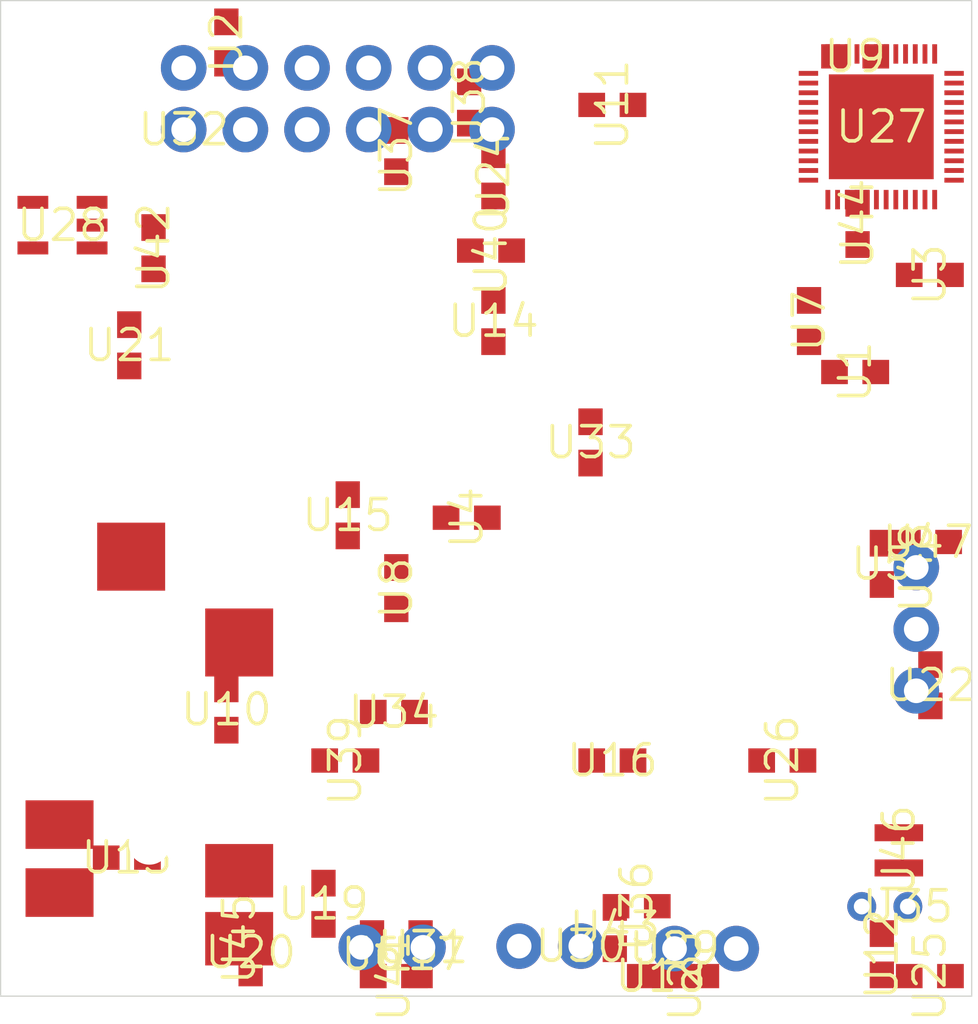
<source format=kicad_pcb>
 ( kicad_pcb  ( version 20171130 )
 ( host pcbnew "(5.1.4-0-10_14)" )
 ( general  ( thickness 1.6 )
 ( drawings 4 )
 ( tracks 0 )
 ( zones 0 )
 ( modules 48 )
 ( nets 55 )
)
 ( page A4 )
 ( layers  ( 0 Top signal )
 ( 31 Bottom signal )
 ( 32 B.Adhes user )
 ( 33 F.Adhes user )
 ( 34 B.Paste user )
 ( 35 F.Paste user )
 ( 36 B.SilkS user )
 ( 37 F.SilkS user )
 ( 38 B.Mask user )
 ( 39 F.Mask user )
 ( 40 Dwgs.User user )
 ( 41 Cmts.User user )
 ( 42 Eco1.User user )
 ( 43 Eco2.User user )
 ( 44 Edge.Cuts user )
 ( 45 Margin user )
 ( 46 B.CrtYd user )
 ( 47 F.CrtYd user )
 ( 48 B.Fab user )
 ( 49 F.Fab user )
)
 ( setup  ( last_trace_width 0.2 )
 ( trace_clearance 0.127 )
 ( zone_clearance 0.508 )
 ( zone_45_only no )
 ( trace_min 0.2 )
 ( via_size 0.554 )
 ( via_drill 0.3 )
 ( via_min_size 0.4 )
 ( via_min_drill 0.3 )
 ( uvia_size 0.3 )
 ( uvia_drill 0.1 )
 ( uvias_allowed yes )
 ( uvia_min_size 0.2 )
 ( uvia_min_drill 0.1 )
 ( edge_width 0.05 )
 ( segment_width 0.2 )
 ( pcb_text_width 0.3 )
 ( pcb_text_size 1.5 1.5 )
 ( mod_edge_width 0.12 )
 ( mod_text_size 1 1 )
 ( mod_text_width 0.15 )
 ( pad_size 1.524 1.524 )
 ( pad_drill 0.762 )
 ( pad_to_mask_clearance 0.051 )
 ( solder_mask_min_width 0.25 )
 ( aux_axis_origin 0 0 )
 ( visible_elements 7FFFFFFF )
 ( pcbplotparams  ( layerselection 0x010fc_ffffffff )
 ( usegerberextensions false )
 ( usegerberattributes false )
 ( usegerberadvancedattributes false )
 ( creategerberjobfile false )
 ( excludeedgelayer true )
 ( linewidth 0.100000 )
 ( plotframeref false )
 ( viasonmask false )
 ( mode 1 )
 ( useauxorigin false )
 ( hpglpennumber 1 )
 ( hpglpenspeed 20 )
 ( hpglpendiameter 15.000000 )
 ( psnegative false )
 ( psa4output false )
 ( plotreference true )
 ( plotvalue true )
 ( plotinvisibletext false )
 ( padsonsilk false )
 ( subtractmaskfromsilk false )
 ( outputformat 1 )
 ( mirror false )
 ( drillshape 1 )
 ( scaleselection 1 )
 ( outputdirectory "" )
)
)
 ( net 0 "" )
 ( net 1 GND )
 ( net 2 3.3V )
 ( net 3 5V )
 ( net 4 /SPKVDD )
 ( net 5 /SPOLN )
 ( net 6 "Net-(C20-Pad2)" )
 ( net 7 /SPORP )
 ( net 8 /SPORN )
 ( net 9 "Net-(IC1-Pad42)" )
 ( net 10 /XAUDIO_IRQ )
 ( net 11 /XAUDIO_SDA )
 ( net 12 /XADUIO_SCL )
 ( net 13 /XAUDIO_I2S0_MCLK )
 ( net 14 /XADUIO_I2S0_BCLK )
 ( net 15 /XADUIO_I2S0_LRCKL )
 ( net 16 /XAUDIO_I2S0_DIN )
 ( net 17 /XAUDIO_I2S0_DOUT )
 ( net 18 "Net-(IC1-Pad33)" )
 ( net 19 "Net-(IC1-Pad32)" )
 ( net 20 "Net-(IC1-Pad31)" )
 ( net 21 "Net-(IC1-Pad30)" )
 ( net 22 /3.3VDD )
 ( net 23 "Net-(C22-Pad2)" )
 ( net 24 "Net-(C14-Pad1)" )
 ( net 25 "Net-(C16-Pad2)" )
 ( net 26 "Net-(C16-Pad1)" )
 ( net 27 "Net-(C15-Pad1)" )
 ( net 28 "Net-(C15-Pad2)" )
 ( net 29 /1.8VDD )
 ( net 30 "Net-(C2-Pad1)" )
 ( net 31 /HPOR )
 ( net 32 /HPOL )
 ( net 33 /CPVREF )
 ( net 34 "Net-(C17-Pad2)" )
 ( net 35 /LOUTR )
 ( net 36 /LOUTL )
 ( net 37 "Net-(C24-Pad2)" )
 ( net 38 "Net-(C19-Pad2)" )
 ( net 39 "Net-(C18-Pad2)" )
 ( net 40 "Net-(C6-Pad2)" )
 ( net 41 /IN1P )
 ( net 42 "Net-(C21-Pad2)" )
 ( net 43 /MICBIAS1 )
 ( net 44 /SPOLP )
 ( net 45 /IN2P )
 ( net 46 "Net-(U1-Pad6)" )
 ( net 47 "Net-(R10-Pad2)" )
 ( net 48 "Net-(C8-Pad2)" )
 ( net 49 "Net-(C7-Pad2)" )
 ( net 50 "Net-(J4-Pad9)" )
 ( net 51 "Net-(C7-Pad1)" )
 ( net 52 "Net-(C8-Pad1)" )
 ( net 53 "Net-(IC2-Pad5)" )
 ( net 54 "Net-(IC2-Pad3)" )
 ( net_class Default "This is the default net class."  ( clearance 0.127 )
 ( trace_width 0.2 )
 ( via_dia 0.554 )
 ( via_drill 0.3 )
 ( uvia_dia 0.3 )
 ( uvia_drill 0.1 )
 ( add_net /1.8VDD )
 ( add_net /CPVREF )
 ( add_net /HPOL )
 ( add_net /HPOR )
 ( add_net /IN1P )
 ( add_net /IN2P )
 ( add_net /LOUTL )
 ( add_net /LOUTR )
 ( add_net /MICBIAS1 )
 ( add_net /SPKVDD )
 ( add_net /SPOLN )
 ( add_net /SPOLP )
 ( add_net /SPORN )
 ( add_net /SPORP )
 ( add_net /XADUIO_I2S0_BCLK )
 ( add_net /XADUIO_I2S0_LRCKL )
 ( add_net /XADUIO_SCL )
 ( add_net /XAUDIO_I2S0_DIN )
 ( add_net /XAUDIO_I2S0_DOUT )
 ( add_net /XAUDIO_I2S0_MCLK )
 ( add_net /XAUDIO_IRQ )
 ( add_net /XAUDIO_SDA )
 ( add_net GND )
 ( add_net "Net-(C14-Pad1)" )
 ( add_net "Net-(C15-Pad1)" )
 ( add_net "Net-(C15-Pad2)" )
 ( add_net "Net-(C16-Pad1)" )
 ( add_net "Net-(C16-Pad2)" )
 ( add_net "Net-(C17-Pad2)" )
 ( add_net "Net-(C18-Pad2)" )
 ( add_net "Net-(C19-Pad2)" )
 ( add_net "Net-(C2-Pad1)" )
 ( add_net "Net-(C20-Pad2)" )
 ( add_net "Net-(C21-Pad2)" )
 ( add_net "Net-(C22-Pad2)" )
 ( add_net "Net-(C24-Pad2)" )
 ( add_net "Net-(C6-Pad2)" )
 ( add_net "Net-(C7-Pad1)" )
 ( add_net "Net-(C7-Pad2)" )
 ( add_net "Net-(C8-Pad1)" )
 ( add_net "Net-(C8-Pad2)" )
 ( add_net "Net-(IC1-Pad30)" )
 ( add_net "Net-(IC1-Pad31)" )
 ( add_net "Net-(IC1-Pad32)" )
 ( add_net "Net-(IC1-Pad33)" )
 ( add_net "Net-(IC1-Pad42)" )
 ( add_net "Net-(IC2-Pad3)" )
 ( add_net "Net-(IC2-Pad5)" )
 ( add_net "Net-(J4-Pad9)" )
 ( add_net "Net-(R10-Pad2)" )
 ( add_net "Net-(U1-Pad6)" )
)
 ( net_class Power ""  ( clearance 0.127 )
 ( trace_width 0.4064 )
 ( via_dia 0.554 )
 ( via_drill 0.3 )
 ( uvia_dia 0.3 )
 ( uvia_drill 0.1 )
 ( add_net /3.3VDD )
 ( add_net 3.3V )
 ( add_net 5V )
)
 ( module audioCodec:1X03 locked  ( layer Top )
 ( tedit 5DCE0BB7 )
 ( tstamp 5DC8CA2A )
 ( at 166.217600 110.388400 270.000000 )
 ( descr "<h3>Plated Through Hole - 3 Pin</h3>\n<p>Specifications:\n<ul><li>Pin count:3</li>\n<li>Pin pitch:0.1\"</li>\n</ul></p>\n<p>Example device(s):\n<ul><li>CONN_03</li>\n</ul></p>" )
 ( path /DE6A6B17 )
 ( fp_text reference U48  ( at -2.54 0 270 )
 ( layer F.SilkS )
 ( effects  ( font  ( size 1.27 1.27 )
 ( thickness 0.15 )
)
)
)
 ( fp_text value ""  ( at -2.54 0 270 )
 ( layer F.SilkS )
 ( effects  ( font  ( size 1.27 1.27 )
 ( thickness 0.15 )
)
)
)
 ( fp_poly  ( pts  ( xy -3.94 -1.4 )
 ( xy 3.96 -1.4 )
 ( xy 3.96 1.4 )
 ( xy -3.94 1.4 )
)
 ( layer F.CrtYd )
 ( width 0.1 )
)
 ( fp_poly  ( pts  ( xy -3.94 -1.4 )
 ( xy 3.96 -1.4 )
 ( xy 3.96 1.4 )
 ( xy -3.94 1.4 )
)
 ( layer B.CrtYd )
 ( width 0.1 )
)
 ( pad 3 thru_hole circle  ( at 2.54 0 )
 ( size 1.8796 1.8796 )
 ( drill 1.016 )
 ( layers *.Cu *.Mask )
 ( net 45 /IN2P )
 ( solder_mask_margin 0.0635 )
)
 ( pad 2 thru_hole circle  ( at 0 0 )
 ( size 1.8796 1.8796 )
 ( drill 1.016 )
 ( layers *.Cu *.Mask )
 ( net 1 GND )
 ( solder_mask_margin 0.0635 )
)
 ( pad 1 thru_hole circle  ( at -2.54 0 )
 ( size 1.8796 1.8796 )
 ( drill 1.016 )
 ( layers *.Cu *.Mask )
 ( net 22 /3.3VDD )
 ( solder_mask_margin 0.0635 )
)
)
 ( module audioCodec:SJ-43514-SMT-TR locked  ( layer Top )
 ( tedit 5DCE1AC1 )
 ( tstamp 5DC8C9F1 )
 ( at 134.518400 115.519200 90.000000 )
 ( descr "<b>SJ-43514-SMT-TR</b><br>\n" )
 ( path /94FABF20 )
 ( fp_text reference U45  ( at -7.62 3.81 90 )
 ( layer F.SilkS )
 ( effects  ( font  ( size 1.27 1.27 )
 ( thickness 0.15 )
)
)
)
 ( fp_text value ""  ( at -7.62 3.81 90 )
 ( layer F.SilkS )
 ( effects  ( font  ( size 1.27 1.27 )
 ( thickness 0.15 )
)
)
)
 ( fp_poly  ( pts  ( xy -9.82 -4.19 )
 ( xy 7.38 -4.19 )
 ( xy 7.38 3.91 )
 ( xy -9.82 3.91 )
)
 ( layer F.CrtYd )
 ( width 0.1 )
)
 ( pad "" np_thru_hole circle  ( at -3.72 0.11 90 )
 ( size 1.7 1.7 )
 ( drill 1.7 )
 ( layers *.Cu *.Mask )
)
 ( pad "" np_thru_hole circle  ( at 3.28 0.11 90 )
 ( size 1.7 1.7 )
 ( drill 1.7 )
 ( layers *.Cu *.Mask )
)
 ( pad 6 smd rect  ( at -5.72 -3.59 180.000000 )
 ( size 2.8 2 )
 ( layers Top F.Mask F.Paste )
 ( net 46 "Net-(U1-Pad6)" )
 ( solder_mask_margin 0.0635 )
)
 ( pad 5 smd rect  ( at 8.115 -0.64 90.000000 )
 ( size 2.8 2.8 )
 ( layers Top F.Mask F.Paste )
 ( net 47 "Net-(R10-Pad2)" )
 ( solder_mask_margin 0.0635 )
)
 ( pad 4 smd rect  ( at -4.82 3.81 180.000000 )
 ( size 2.8 2.2 )
 ( layers Top F.Mask F.Paste )
 ( net 1 GND )
 ( solder_mask_margin 0.0635 )
)
 ( pad 3 smd rect  ( at -2.92 -3.59 180.000000 )
 ( size 2.8 2 )
 ( layers Top F.Mask F.Paste )
 ( net 31 /HPOR )
 ( solder_mask_margin 0.0635 )
)
 ( pad 2 smd rect  ( at 4.58 3.81 90.000000 )
 ( size 2.8 2.8 )
 ( layers Top F.Mask F.Paste )
 ( net 32 /HPOL )
 ( solder_mask_margin 0.0635 )
)
 ( pad 1 smd rect  ( at -7.62 3.81 180.000000 )
 ( size 2.8 2.2 )
 ( layers Top F.Mask F.Paste )
 ( net 41 /IN1P )
 ( solder_mask_margin 0.0635 )
)
)
 ( module audioCodec:1X02 locked  ( layer Top )
 ( tedit 5DCE1F6D )
 ( tstamp 5DC8C8DF )
 ( at 144.627600 123.494800 180.000000 )
 ( descr "<h3>Plated Through Hole</h3>\n<p>Specifications:\n<ul><li>Pin count:2</li>\n<li>Pin pitch:0.1\"</li>\n</ul></p>\n<p>Example device(s):\n<ul><li>CONN_02</li>\n</ul></p>" )
 ( path /B665FDA9 )
 ( fp_text reference U31  ( at -1.27 0 180 )
 ( layer F.SilkS )
 ( effects  ( font  ( size 1.27 1.27 )
 ( thickness 0.15 )
)
)
)
 ( fp_text value ""  ( at -1.27 0 180 )
 ( layer F.SilkS )
 ( effects  ( font  ( size 1.27 1.27 )
 ( thickness 0.15 )
)
)
)
 ( fp_poly  ( pts  ( xy -2.77 -1.2 )
 ( xy 2.63 -1.2 )
 ( xy 2.63 1.3 )
 ( xy -2.77 1.3 )
)
 ( layer B.CrtYd )
 ( width 0.1 )
)
 ( fp_poly  ( pts  ( xy -2.77 -1.2 )
 ( xy 2.63 -1.2 )
 ( xy 2.63 1.3 )
 ( xy -2.77 1.3 )
)
 ( layer F.CrtYd )
 ( width 0.1 )
)
 ( pad 2 thru_hole circle  ( at 1.27 0 270.000000 )
 ( size 1.8796 1.8796 )
 ( drill 1.016 )
 ( layers *.Cu *.Mask )
 ( net 8 /SPORN )
 ( solder_mask_margin 0.0635 )
)
 ( pad 1 thru_hole circle  ( at -1.27 0 270.000000 )
 ( size 1.8796 1.8796 )
 ( drill 1.016 )
 ( layers *.Cu *.Mask )
 ( net 7 /SPORP )
 ( solder_mask_margin 0.0635 )
)
)
 ( module audioCodec:1X02 locked  ( layer Top )
 ( tedit 5DCE1F6D )
 ( tstamp 5DC8C8CA )
 ( at 151.130000 123.444000 180.000000 )
 ( descr "<h3>Plated Through Hole</h3>\n<p>Specifications:\n<ul><li>Pin count:2</li>\n<li>Pin pitch:0.1\"</li>\n</ul></p>\n<p>Example device(s):\n<ul><li>CONN_02</li>\n</ul></p>" )
 ( path /C3E76336 )
 ( fp_text reference U30  ( at -1.27 0 180 )
 ( layer F.SilkS )
 ( effects  ( font  ( size 1.27 1.27 )
 ( thickness 0.15 )
)
)
)
 ( fp_text value ""  ( at -1.27 0 180 )
 ( layer F.SilkS )
 ( effects  ( font  ( size 1.27 1.27 )
 ( thickness 0.15 )
)
)
)
 ( fp_poly  ( pts  ( xy -2.77 -1.2 )
 ( xy 2.63 -1.2 )
 ( xy 2.63 1.3 )
 ( xy -2.77 1.3 )
)
 ( layer B.CrtYd )
 ( width 0.1 )
)
 ( fp_poly  ( pts  ( xy -2.77 -1.2 )
 ( xy 2.63 -1.2 )
 ( xy 2.63 1.3 )
 ( xy -2.77 1.3 )
)
 ( layer F.CrtYd )
 ( width 0.1 )
)
 ( pad 2 thru_hole circle  ( at 1.27 0 270.000000 )
 ( size 1.8796 1.8796 )
 ( drill 1.016 )
 ( layers *.Cu *.Mask )
 ( net 5 /SPOLN )
 ( solder_mask_margin 0.0635 )
)
 ( pad 1 thru_hole circle  ( at -1.27 0 270.000000 )
 ( size 1.8796 1.8796 )
 ( drill 1.016 )
 ( layers *.Cu *.Mask )
 ( net 44 /SPOLP )
 ( solder_mask_margin 0.0635 )
)
)
 ( module audioCodec:1X02 locked  ( layer Top )
 ( tedit 5DCE1F6D )
 ( tstamp 5DC8C8B5 )
 ( at 157.530800 123.545600 )
 ( descr "<h3>Plated Through Hole</h3>\n<p>Specifications:\n<ul><li>Pin count:2</li>\n<li>Pin pitch:0.1\"</li>\n</ul></p>\n<p>Example device(s):\n<ul><li>CONN_02</li>\n</ul></p>" )
 ( path /449C7C68 )
 ( fp_text reference U29  ( at -1.27 0 )
 ( layer F.SilkS )
 ( effects  ( font  ( size 1.27 1.27 )
 ( thickness 0.15 )
)
)
)
 ( fp_text value ""  ( at -1.27 0 )
 ( layer F.SilkS )
 ( effects  ( font  ( size 1.27 1.27 )
 ( thickness 0.15 )
)
)
)
 ( fp_poly  ( pts  ( xy -2.77 -1.2 )
 ( xy 2.63 -1.2 )
 ( xy 2.63 1.3 )
 ( xy -2.77 1.3 )
)
 ( layer B.CrtYd )
 ( width 0.1 )
)
 ( fp_poly  ( pts  ( xy -2.77 -1.2 )
 ( xy 2.63 -1.2 )
 ( xy 2.63 1.3 )
 ( xy -2.77 1.3 )
)
 ( layer F.CrtYd )
 ( width 0.1 )
)
 ( pad 2 thru_hole circle  ( at 1.27 0 90.000000 )
 ( size 1.8796 1.8796 )
 ( drill 1.016 )
 ( layers *.Cu *.Mask )
 ( net 48 "Net-(C8-Pad2)" )
 ( solder_mask_margin 0.0635 )
)
 ( pad 1 thru_hole circle  ( at -1.27 0 90.000000 )
 ( size 1.8796 1.8796 )
 ( drill 1.016 )
 ( layers *.Cu *.Mask )
 ( net 49 "Net-(C7-Pad2)" )
 ( solder_mask_margin 0.0635 )
)
)
 ( module audioCodec:2X6 locked  ( layer Top )
 ( tedit 5DCE0C42 )
 ( tstamp 5DC8C8F4 )
 ( at 142.392400 88.544400 )
 ( descr "<h3>Plated Through Hole - 2x6</h3>\n<p>Specifications:\n<ul><li>Pin count:12</li>\n<li>Pin pitch:0.1\"</li>\n</ul></p>\n<p>Example device(s):\n<ul><li>CONN_06x2</li>\n</ul></p>" )
 ( path /CFA44F03 )
 ( fp_text reference U32  ( at -6.35 1.27 )
 ( layer F.SilkS )
 ( effects  ( font  ( size 1.27 1.27 )
 ( thickness 0.15 )
)
)
)
 ( fp_text value ""  ( at -6.35 1.27 )
 ( layer F.SilkS )
 ( effects  ( font  ( size 1.27 1.27 )
 ( thickness 0.15 )
)
)
)
 ( fp_poly  ( pts  ( xy -7.85 -2.73 )
 ( xy 7.75 -2.73 )
 ( xy 7.75 2.67 )
 ( xy -7.85 2.67 )
)
 ( layer B.CrtYd )
 ( width 0.1 )
)
 ( fp_poly  ( pts  ( xy -7.85 -2.73 )
 ( xy 7.75 -2.73 )
 ( xy 7.75 2.67 )
 ( xy -7.85 2.67 )
)
 ( layer F.CrtYd )
 ( width 0.1 )
)
 ( pad 12 thru_hole circle  ( at 6.35 -1.27 )
 ( size 1.8796 1.8796 )
 ( drill 1.016 )
 ( layers *.Cu *.Mask )
 ( net 3 5V )
 ( solder_mask_margin 0.0635 )
)
 ( pad 11 thru_hole circle  ( at 6.35 1.27 )
 ( size 1.8796 1.8796 )
 ( drill 1.016 )
 ( layers *.Cu *.Mask )
 ( net 1 GND )
 ( solder_mask_margin 0.0635 )
)
 ( pad 10 thru_hole circle  ( at 3.81 -1.27 )
 ( size 1.8796 1.8796 )
 ( drill 1.016 )
 ( layers *.Cu *.Mask )
 ( net 10 /XAUDIO_IRQ )
 ( solder_mask_margin 0.0635 )
)
 ( pad 9 thru_hole circle  ( at 3.81 1.27 )
 ( size 1.8796 1.8796 )
 ( drill 1.016 )
 ( layers *.Cu *.Mask )
 ( net 50 "Net-(J4-Pad9)" )
 ( solder_mask_margin 0.0635 )
)
 ( pad 8 thru_hole circle  ( at 1.27 -1.27 )
 ( size 1.8796 1.8796 )
 ( drill 1.016 )
 ( layers *.Cu *.Mask )
 ( net 11 /XAUDIO_SDA )
 ( solder_mask_margin 0.0635 )
)
 ( pad 7 thru_hole circle  ( at 1.27 1.27 )
 ( size 1.8796 1.8796 )
 ( drill 1.016 )
 ( layers *.Cu *.Mask )
 ( net 12 /XADUIO_SCL )
 ( solder_mask_margin 0.0635 )
)
 ( pad 6 thru_hole circle  ( at -1.27 -1.27 )
 ( size 1.8796 1.8796 )
 ( drill 1.016 )
 ( layers *.Cu *.Mask )
 ( net 13 /XAUDIO_I2S0_MCLK )
 ( solder_mask_margin 0.0635 )
)
 ( pad 5 thru_hole circle  ( at -1.27 1.27 )
 ( size 1.8796 1.8796 )
 ( drill 1.016 )
 ( layers *.Cu *.Mask )
 ( net 14 /XADUIO_I2S0_BCLK )
 ( solder_mask_margin 0.0635 )
)
 ( pad 4 thru_hole circle  ( at -3.81 -1.27 )
 ( size 1.8796 1.8796 )
 ( drill 1.016 )
 ( layers *.Cu *.Mask )
 ( net 16 /XAUDIO_I2S0_DIN )
 ( solder_mask_margin 0.0635 )
)
 ( pad 3 thru_hole circle  ( at -3.81 1.27 )
 ( size 1.8796 1.8796 )
 ( drill 1.016 )
 ( layers *.Cu *.Mask )
 ( net 17 /XAUDIO_I2S0_DOUT )
 ( solder_mask_margin 0.0635 )
)
 ( pad 2 thru_hole circle  ( at -6.35 -1.27 )
 ( size 1.8796 1.8796 )
 ( drill 1.016 )
 ( layers *.Cu *.Mask )
 ( net 2 3.3V )
 ( solder_mask_margin 0.0635 )
)
 ( pad 1 thru_hole circle  ( at -6.35 1.27 )
 ( size 1.8796 1.8796 )
 ( drill 1.016 )
 ( layers *.Cu *.Mask )
 ( net 15 /XADUIO_I2S0_LRCKL )
 ( solder_mask_margin 0.0635 )
)
)
 ( module audioCodec:0603  ( layer Top )
 ( tedit 5DCE0E90 )
 ( tstamp 5DC8C6E8 )
 ( at 163.700000 99.800000 180.000000 )
 ( descr "<p><b>Generic 1608 (0603) package</b></p>\n<p>0.2mm courtyard excess rounded to nearest 0.05mm.</p>" )
 ( path /5D5D4D2F )
 ( fp_text reference U1  ( at 0 0 270 )
 ( layer F.SilkS )
 ( effects  ( font  ( size 1.27 1.27 )
 ( thickness 0.15 )
)
)
)
 ( fp_text value ""  ( at 0 0 270 )
 ( layer F.SilkS )
 ( effects  ( font  ( size 1.27 1.27 )
 ( thickness 0.15 )
)
)
)
 ( fp_poly  ( pts  ( xy -1.6 -0.7 )
 ( xy 1.6 -0.7 )
 ( xy 1.6 0.7 )
 ( xy -1.6 0.7 )
)
 ( layer F.CrtYd )
 ( width 0.1 )
)
 ( pad 2 smd rect  ( at 0.85 0 180.000000 )
 ( size 1.1 1 )
 ( layers Top F.Mask F.Paste )
 ( net 3 5V )
 ( solder_mask_margin 0.0635 )
)
 ( pad 1 smd rect  ( at -0.85 0 180.000000 )
 ( size 1.1 1 )
 ( layers Top F.Mask F.Paste )
 ( net 1 GND )
 ( solder_mask_margin 0.0635 )
)
)
 ( module audioCodec:0603  ( layer Top )
 ( tedit 5DCE0E90 )
 ( tstamp 5DC8C6F6 )
 ( at 137.800000 86.228600 90.000000 )
 ( descr "<p><b>Generic 1608 (0603) package</b></p>\n<p>0.2mm courtyard excess rounded to nearest 0.05mm.</p>" )
 ( path /D15AE8CB )
 ( fp_text reference U2  ( at 0 0 90 )
 ( layer F.SilkS )
 ( effects  ( font  ( size 1.27 1.27 )
 ( thickness 0.15 )
)
)
)
 ( fp_text value ""  ( at 0 0 90 )
 ( layer F.SilkS )
 ( effects  ( font  ( size 1.27 1.27 )
 ( thickness 0.15 )
)
)
)
 ( fp_poly  ( pts  ( xy -1.6 -0.7 )
 ( xy 1.6 -0.7 )
 ( xy 1.6 0.7 )
 ( xy -1.6 0.7 )
)
 ( layer F.CrtYd )
 ( width 0.1 )
)
 ( pad 2 smd rect  ( at 0.85 0 90.000000 )
 ( size 1.1 1 )
 ( layers Top F.Mask F.Paste )
 ( net 1 GND )
 ( solder_mask_margin 0.0635 )
)
 ( pad 1 smd rect  ( at -0.85 0 90.000000 )
 ( size 1.1 1 )
 ( layers Top F.Mask F.Paste )
 ( net 44 /SPOLP )
 ( solder_mask_margin 0.0635 )
)
)
 ( module audioCodec:0603  ( layer Top )
 ( tedit 5DCE0E90 )
 ( tstamp 5DC8C704 )
 ( at 166.776100 95.800000 )
 ( descr "<p><b>Generic 1608 (0603) package</b></p>\n<p>0.2mm courtyard excess rounded to nearest 0.05mm.</p>" )
 ( path /EB363DE9 )
 ( fp_text reference U3  ( at 0 0 90 )
 ( layer F.SilkS )
 ( effects  ( font  ( size 1.27 1.27 )
 ( thickness 0.15 )
)
)
)
 ( fp_text value ""  ( at 0 0 90 )
 ( layer F.SilkS )
 ( effects  ( font  ( size 1.27 1.27 )
 ( thickness 0.15 )
)
)
)
 ( fp_poly  ( pts  ( xy -1.6 -0.7 )
 ( xy 1.6 -0.7 )
 ( xy 1.6 0.7 )
 ( xy -1.6 0.7 )
)
 ( layer F.CrtYd )
 ( width 0.1 )
)
 ( pad 2 smd rect  ( at 0.85 0 )
 ( size 1.1 1 )
 ( layers Top F.Mask F.Paste )
 ( net 1 GND )
 ( solder_mask_margin 0.0635 )
)
 ( pad 1 smd rect  ( at -0.85 0 )
 ( size 1.1 1 )
 ( layers Top F.Mask F.Paste )
 ( net 8 /SPORN )
 ( solder_mask_margin 0.0635 )
)
)
 ( module audioCodec:0603  ( layer Top )
 ( tedit 5DCE0E90 )
 ( tstamp 5DC8C712 )
 ( at 147.700000 105.800000 )
 ( descr "<p><b>Generic 1608 (0603) package</b></p>\n<p>0.2mm courtyard excess rounded to nearest 0.05mm.</p>" )
 ( path /FEEF966F )
 ( fp_text reference U4  ( at 0 0 90 )
 ( layer F.SilkS )
 ( effects  ( font  ( size 1.27 1.27 )
 ( thickness 0.15 )
)
)
)
 ( fp_text value ""  ( at 0 0 90 )
 ( layer F.SilkS )
 ( effects  ( font  ( size 1.27 1.27 )
 ( thickness 0.15 )
)
)
)
 ( fp_poly  ( pts  ( xy -1.6 -0.7 )
 ( xy 1.6 -0.7 )
 ( xy 1.6 0.7 )
 ( xy -1.6 0.7 )
)
 ( layer F.CrtYd )
 ( width 0.1 )
)
 ( pad 2 smd rect  ( at 0.85 0 )
 ( size 1.1 1 )
 ( layers Top F.Mask F.Paste )
 ( net 1 GND )
 ( solder_mask_margin 0.0635 )
)
 ( pad 1 smd rect  ( at -0.85 0 )
 ( size 1.1 1 )
 ( layers Top F.Mask F.Paste )
 ( net 7 /SPORP )
 ( solder_mask_margin 0.0635 )
)
)
 ( module audioCodec:0603  ( layer Top )
 ( tedit 5DCE0E90 )
 ( tstamp 5DC8C720 )
 ( at 164.800000 107.700000 90.000000 )
 ( descr "<p><b>Generic 1608 (0603) package</b></p>\n<p>0.2mm courtyard excess rounded to nearest 0.05mm.</p>" )
 ( path /DDD5A22D )
 ( fp_text reference U5  ( at 0 0 180 )
 ( layer F.SilkS )
 ( effects  ( font  ( size 1.27 1.27 )
 ( thickness 0.15 )
)
)
)
 ( fp_text value ""  ( at 0 0 180 )
 ( layer F.SilkS )
 ( effects  ( font  ( size 1.27 1.27 )
 ( thickness 0.15 )
)
)
)
 ( fp_poly  ( pts  ( xy -1.6 -0.7 )
 ( xy 1.6 -0.7 )
 ( xy 1.6 0.7 )
 ( xy -1.6 0.7 )
)
 ( layer F.CrtYd )
 ( width 0.1 )
)
 ( pad 2 smd rect  ( at 0.85 0 90.000000 )
 ( size 1.1 1 )
 ( layers Top F.Mask F.Paste )
 ( net 1 GND )
 ( solder_mask_margin 0.0635 )
)
 ( pad 1 smd rect  ( at -0.85 0 90.000000 )
 ( size 1.1 1 )
 ( layers Top F.Mask F.Paste )
 ( net 24 "Net-(C14-Pad1)" )
 ( solder_mask_margin 0.0635 )
)
)
 ( module audioCodec:0603  ( layer Top )
 ( tedit 5DCE0E90 )
 ( tstamp 5DC8C72E )
 ( at 143.800000 123.778600 90.000000 )
 ( descr "<p><b>Generic 1608 (0603) package</b></p>\n<p>0.2mm courtyard excess rounded to nearest 0.05mm.</p>" )
 ( path /0E2BA473 )
 ( fp_text reference U6  ( at 0 0 )
 ( layer F.SilkS )
 ( effects  ( font  ( size 1.27 1.27 )
 ( thickness 0.15 )
)
)
)
 ( fp_text value ""  ( at 0 0 )
 ( layer F.SilkS )
 ( effects  ( font  ( size 1.27 1.27 )
 ( thickness 0.15 )
)
)
)
 ( fp_poly  ( pts  ( xy -1.6 -0.7 )
 ( xy 1.6 -0.7 )
 ( xy 1.6 0.7 )
 ( xy -1.6 0.7 )
)
 ( layer F.CrtYd )
 ( width 0.1 )
)
 ( pad 2 smd rect  ( at 0.85 0 90.000000 )
 ( size 1.1 1 )
 ( layers Top F.Mask F.Paste )
 ( net 28 "Net-(C15-Pad2)" )
 ( solder_mask_margin 0.0635 )
)
 ( pad 1 smd rect  ( at -0.85 0 90.000000 )
 ( size 1.1 1 )
 ( layers Top F.Mask F.Paste )
 ( net 27 "Net-(C15-Pad1)" )
 ( solder_mask_margin 0.0635 )
)
)
 ( module audioCodec:0603  ( layer Top )
 ( tedit 5DCE0E90 )
 ( tstamp 5DC8C73C )
 ( at 161.800000 97.700000 90.000000 )
 ( descr "<p><b>Generic 1608 (0603) package</b></p>\n<p>0.2mm courtyard excess rounded to nearest 0.05mm.</p>" )
 ( path /95990F93 )
 ( fp_text reference U7  ( at 0 0 270 )
 ( layer F.SilkS )
 ( effects  ( font  ( size 1.27 1.27 )
 ( thickness 0.15 )
)
)
)
 ( fp_text value ""  ( at 0 0 270 )
 ( layer F.SilkS )
 ( effects  ( font  ( size 1.27 1.27 )
 ( thickness 0.15 )
)
)
)
 ( fp_poly  ( pts  ( xy -1.6 -0.7 )
 ( xy 1.6 -0.7 )
 ( xy 1.6 0.7 )
 ( xy -1.6 0.7 )
)
 ( layer F.CrtYd )
 ( width 0.1 )
)
 ( pad 2 smd rect  ( at 0.85 0 90.000000 )
 ( size 1.1 1 )
 ( layers Top F.Mask F.Paste )
 ( net 25 "Net-(C16-Pad2)" )
 ( solder_mask_margin 0.0635 )
)
 ( pad 1 smd rect  ( at -0.85 0 90.000000 )
 ( size 1.1 1 )
 ( layers Top F.Mask F.Paste )
 ( net 26 "Net-(C16-Pad1)" )
 ( solder_mask_margin 0.0635 )
)
)
 ( module audioCodec:0603  ( layer Top )
 ( tedit 5DCE0E90 )
 ( tstamp 5DC8C74A )
 ( at 144.800000 108.700000 90.000000 )
 ( descr "<p><b>Generic 1608 (0603) package</b></p>\n<p>0.2mm courtyard excess rounded to nearest 0.05mm.</p>" )
 ( path /B7EEE3FC )
 ( fp_text reference U8  ( at 0 0 270 )
 ( layer F.SilkS )
 ( effects  ( font  ( size 1.27 1.27 )
 ( thickness 0.15 )
)
)
)
 ( fp_text value ""  ( at 0 0 270 )
 ( layer F.SilkS )
 ( effects  ( font  ( size 1.27 1.27 )
 ( thickness 0.15 )
)
)
)
 ( fp_poly  ( pts  ( xy -1.6 -0.7 )
 ( xy 1.6 -0.7 )
 ( xy 1.6 0.7 )
 ( xy -1.6 0.7 )
)
 ( layer F.CrtYd )
 ( width 0.1 )
)
 ( pad 2 smd rect  ( at 0.85 0 90.000000 )
 ( size 1.1 1 )
 ( layers Top F.Mask F.Paste )
 ( net 34 "Net-(C17-Pad2)" )
 ( solder_mask_margin 0.0635 )
)
 ( pad 1 smd rect  ( at -0.85 0 90.000000 )
 ( size 1.1 1 )
 ( layers Top F.Mask F.Paste )
 ( net 1 GND )
 ( solder_mask_margin 0.0635 )
)
)
 ( module audioCodec:0603  ( layer Top )
 ( tedit 5DCE0E90 )
 ( tstamp 5DC8C758 )
 ( at 163.700000 86.800000 )
 ( descr "<p><b>Generic 1608 (0603) package</b></p>\n<p>0.2mm courtyard excess rounded to nearest 0.05mm.</p>" )
 ( path /6C5089DC )
 ( fp_text reference U9  ( at 0 0 180 )
 ( layer F.SilkS )
 ( effects  ( font  ( size 1.27 1.27 )
 ( thickness 0.15 )
)
)
)
 ( fp_text value ""  ( at 0 0 180 )
 ( layer F.SilkS )
 ( effects  ( font  ( size 1.27 1.27 )
 ( thickness 0.15 )
)
)
)
 ( fp_poly  ( pts  ( xy -1.6 -0.7 )
 ( xy 1.6 -0.7 )
 ( xy 1.6 0.7 )
 ( xy -1.6 0.7 )
)
 ( layer F.CrtYd )
 ( width 0.1 )
)
 ( pad 2 smd rect  ( at 0.85 0 )
 ( size 1.1 1 )
 ( layers Top F.Mask F.Paste )
 ( net 39 "Net-(C18-Pad2)" )
 ( solder_mask_margin 0.0635 )
)
 ( pad 1 smd rect  ( at -0.85 0 )
 ( size 1.1 1 )
 ( layers Top F.Mask F.Paste )
 ( net 1 GND )
 ( solder_mask_margin 0.0635 )
)
)
 ( module audioCodec:0603  ( layer Top )
 ( tedit 5DCE0E90 )
 ( tstamp 5DC8C766 )
 ( at 137.800000 113.700000 90.000000 )
 ( descr "<p><b>Generic 1608 (0603) package</b></p>\n<p>0.2mm courtyard excess rounded to nearest 0.05mm.</p>" )
 ( path /C70CFC49 )
 ( fp_text reference U10  ( at 0 0 180 )
 ( layer F.SilkS )
 ( effects  ( font  ( size 1.27 1.27 )
 ( thickness 0.15 )
)
)
)
 ( fp_text value ""  ( at 0 0 180 )
 ( layer F.SilkS )
 ( effects  ( font  ( size 1.27 1.27 )
 ( thickness 0.15 )
)
)
)
 ( fp_poly  ( pts  ( xy -1.6 -0.7 )
 ( xy 1.6 -0.7 )
 ( xy 1.6 0.7 )
 ( xy -1.6 0.7 )
)
 ( layer F.CrtYd )
 ( width 0.1 )
)
 ( pad 2 smd rect  ( at 0.85 0 90.000000 )
 ( size 1.1 1 )
 ( layers Top F.Mask F.Paste )
 ( net 38 "Net-(C19-Pad2)" )
 ( solder_mask_margin 0.0635 )
)
 ( pad 1 smd rect  ( at -0.85 0 90.000000 )
 ( size 1.1 1 )
 ( layers Top F.Mask F.Paste )
 ( net 1 GND )
 ( solder_mask_margin 0.0635 )
)
)
 ( module audioCodec:0603  ( layer Top )
 ( tedit 5DCE0E90 )
 ( tstamp 5DC8C774 )
 ( at 153.700000 88.800000 180.000000 )
 ( descr "<p><b>Generic 1608 (0603) package</b></p>\n<p>0.2mm courtyard excess rounded to nearest 0.05mm.</p>" )
 ( path /00AD4B43 )
 ( fp_text reference U11  ( at 0 0 90 )
 ( layer F.SilkS )
 ( effects  ( font  ( size 1.27 1.27 )
 ( thickness 0.15 )
)
)
)
 ( fp_text value ""  ( at 0 0 90 )
 ( layer F.SilkS )
 ( effects  ( font  ( size 1.27 1.27 )
 ( thickness 0.15 )
)
)
)
 ( fp_poly  ( pts  ( xy -1.6 -0.7 )
 ( xy 1.6 -0.7 )
 ( xy 1.6 0.7 )
 ( xy -1.6 0.7 )
)
 ( layer F.CrtYd )
 ( width 0.1 )
)
 ( pad 2 smd rect  ( at 0.85 0 180.000000 )
 ( size 1.1 1 )
 ( layers Top F.Mask F.Paste )
 ( net 1 GND )
 ( solder_mask_margin 0.0635 )
)
 ( pad 1 smd rect  ( at -0.85 0 180.000000 )
 ( size 1.1 1 )
 ( layers Top F.Mask F.Paste )
 ( net 30 "Net-(C2-Pad1)" )
 ( solder_mask_margin 0.0635 )
)
)
 ( module audioCodec:0603  ( layer Top )
 ( tedit 5DCE0E90 )
 ( tstamp 5DC8C782 )
 ( at 164.800000 123.778600 90.000000 )
 ( descr "<p><b>Generic 1608 (0603) package</b></p>\n<p>0.2mm courtyard excess rounded to nearest 0.05mm.</p>" )
 ( path /101F579F )
 ( fp_text reference U12  ( at 0 0 90 )
 ( layer F.SilkS )
 ( effects  ( font  ( size 1.27 1.27 )
 ( thickness 0.15 )
)
)
)
 ( fp_text value ""  ( at 0 0 90 )
 ( layer F.SilkS )
 ( effects  ( font  ( size 1.27 1.27 )
 ( thickness 0.15 )
)
)
)
 ( fp_poly  ( pts  ( xy -1.6 -0.7 )
 ( xy 1.6 -0.7 )
 ( xy 1.6 0.7 )
 ( xy -1.6 0.7 )
)
 ( layer F.CrtYd )
 ( width 0.1 )
)
 ( pad 2 smd rect  ( at 0.85 0 90.000000 )
 ( size 1.1 1 )
 ( layers Top F.Mask F.Paste )
 ( net 6 "Net-(C20-Pad2)" )
 ( solder_mask_margin 0.0635 )
)
 ( pad 1 smd rect  ( at -0.85 0 90.000000 )
 ( size 1.1 1 )
 ( layers Top F.Mask F.Paste )
 ( net 1 GND )
 ( solder_mask_margin 0.0635 )
)
)
 ( module audioCodec:0603  ( layer Top )
 ( tedit 5DCE0E90 )
 ( tstamp 5DC8C790 )
 ( at 133.700000 119.800000 180.000000 )
 ( descr "<p><b>Generic 1608 (0603) package</b></p>\n<p>0.2mm courtyard excess rounded to nearest 0.05mm.</p>" )
 ( path /E0E06E0F )
 ( fp_text reference U13  ( at 0 0 180 )
 ( layer F.SilkS )
 ( effects  ( font  ( size 1.27 1.27 )
 ( thickness 0.15 )
)
)
)
 ( fp_text value ""  ( at 0 0 180 )
 ( layer F.SilkS )
 ( effects  ( font  ( size 1.27 1.27 )
 ( thickness 0.15 )
)
)
)
 ( fp_poly  ( pts  ( xy -1.6 -0.7 )
 ( xy 1.6 -0.7 )
 ( xy 1.6 0.7 )
 ( xy -1.6 0.7 )
)
 ( layer F.CrtYd )
 ( width 0.1 )
)
 ( pad 2 smd rect  ( at 0.85 0 180.000000 )
 ( size 1.1 1 )
 ( layers Top F.Mask F.Paste )
 ( net 42 "Net-(C21-Pad2)" )
 ( solder_mask_margin 0.0635 )
)
 ( pad 1 smd rect  ( at -0.85 0 180.000000 )
 ( size 1.1 1 )
 ( layers Top F.Mask F.Paste )
 ( net 1 GND )
 ( solder_mask_margin 0.0635 )
)
)
 ( module audioCodec:0603  ( layer Top )
 ( tedit 5DCE0E90 )
 ( tstamp 5DC8C79E )
 ( at 148.800000 97.700000 90.000000 )
 ( descr "<p><b>Generic 1608 (0603) package</b></p>\n<p>0.2mm courtyard excess rounded to nearest 0.05mm.</p>" )
 ( path /CDD814CC )
 ( fp_text reference U14  ( at 0 0 )
 ( layer F.SilkS )
 ( effects  ( font  ( size 1.27 1.27 )
 ( thickness 0.15 )
)
)
)
 ( fp_text value ""  ( at 0 0 )
 ( layer F.SilkS )
 ( effects  ( font  ( size 1.27 1.27 )
 ( thickness 0.15 )
)
)
)
 ( fp_poly  ( pts  ( xy -1.6 -0.7 )
 ( xy 1.6 -0.7 )
 ( xy 1.6 0.7 )
 ( xy -1.6 0.7 )
)
 ( layer F.CrtYd )
 ( width 0.1 )
)
 ( pad 2 smd rect  ( at 0.85 0 90.000000 )
 ( size 1.1 1 )
 ( layers Top F.Mask F.Paste )
 ( net 23 "Net-(C22-Pad2)" )
 ( solder_mask_margin 0.0635 )
)
 ( pad 1 smd rect  ( at -0.85 0 90.000000 )
 ( size 1.1 1 )
 ( layers Top F.Mask F.Paste )
 ( net 1 GND )
 ( solder_mask_margin 0.0635 )
)
)
 ( module audioCodec:0603  ( layer Top )
 ( tedit 5DCE0E90 )
 ( tstamp 5DC8C7AC )
 ( at 142.800000 105.700000 270.000000 )
 ( descr "<p><b>Generic 1608 (0603) package</b></p>\n<p>0.2mm courtyard excess rounded to nearest 0.05mm.</p>" )
 ( path /FE2E0BD7 )
 ( fp_text reference U15  ( at 0 0 180 )
 ( layer F.SilkS )
 ( effects  ( font  ( size 1.27 1.27 )
 ( thickness 0.15 )
)
)
)
 ( fp_text value ""  ( at 0 0 180 )
 ( layer F.SilkS )
 ( effects  ( font  ( size 1.27 1.27 )
 ( thickness 0.15 )
)
)
)
 ( fp_poly  ( pts  ( xy -1.6 -0.7 )
 ( xy 1.6 -0.7 )
 ( xy 1.6 0.7 )
 ( xy -1.6 0.7 )
)
 ( layer F.CrtYd )
 ( width 0.1 )
)
 ( pad 2 smd rect  ( at 0.85 0 270.000000 )
 ( size 1.1 1 )
 ( layers Top F.Mask F.Paste )
 ( net 43 /MICBIAS1 )
 ( solder_mask_margin 0.0635 )
)
 ( pad 1 smd rect  ( at -0.85 0 270.000000 )
 ( size 1.1 1 )
 ( layers Top F.Mask F.Paste )
 ( net 1 GND )
 ( solder_mask_margin 0.0635 )
)
)
 ( module audioCodec:0603  ( layer Top )
 ( tedit 5DCE0E90 )
 ( tstamp 5DC8C7BA )
 ( at 153.700000 115.800000 180.000000 )
 ( descr "<p><b>Generic 1608 (0603) package</b></p>\n<p>0.2mm courtyard excess rounded to nearest 0.05mm.</p>" )
 ( path /B61CC9C1 )
 ( fp_text reference U16  ( at 0 0 180 )
 ( layer F.SilkS )
 ( effects  ( font  ( size 1.27 1.27 )
 ( thickness 0.15 )
)
)
)
 ( fp_text value ""  ( at 0 0 180 )
 ( layer F.SilkS )
 ( effects  ( font  ( size 1.27 1.27 )
 ( thickness 0.15 )
)
)
)
 ( fp_poly  ( pts  ( xy -1.6 -0.7 )
 ( xy 1.6 -0.7 )
 ( xy 1.6 0.7 )
 ( xy -1.6 0.7 )
)
 ( layer F.CrtYd )
 ( width 0.1 )
)
 ( pad 2 smd rect  ( at 0.85 0 180.000000 )
 ( size 1.1 1 )
 ( layers Top F.Mask F.Paste )
 ( net 37 "Net-(C24-Pad2)" )
 ( solder_mask_margin 0.0635 )
)
 ( pad 1 smd rect  ( at -0.85 0 180.000000 )
 ( size 1.1 1 )
 ( layers Top F.Mask F.Paste )
 ( net 45 /IN2P )
 ( solder_mask_margin 0.0635 )
)
)
 ( module audioCodec:0603  ( layer Top )
 ( tedit 5DCE0E90 )
 ( tstamp 5DC8C7C8 )
 ( at 145.800000 123.778600 270.000000 )
 ( descr "<p><b>Generic 1608 (0603) package</b></p>\n<p>0.2mm courtyard excess rounded to nearest 0.05mm.</p>" )
 ( path /B124C205 )
 ( fp_text reference U17  ( at 0 0 180 )
 ( layer F.SilkS )
 ( effects  ( font  ( size 1.27 1.27 )
 ( thickness 0.15 )
)
)
)
 ( fp_text value ""  ( at 0 0 180 )
 ( layer F.SilkS )
 ( effects  ( font  ( size 1.27 1.27 )
 ( thickness 0.15 )
)
)
)
 ( fp_poly  ( pts  ( xy -1.6 -0.7 )
 ( xy 1.6 -0.7 )
 ( xy 1.6 0.7 )
 ( xy -1.6 0.7 )
)
 ( layer F.CrtYd )
 ( width 0.1 )
)
 ( pad 2 smd rect  ( at 0.85 0 270.000000 )
 ( size 1.1 1 )
 ( layers Top F.Mask F.Paste )
 ( net 1 GND )
 ( solder_mask_margin 0.0635 )
)
 ( pad 1 smd rect  ( at -0.85 0 270.000000 )
 ( size 1.1 1 )
 ( layers Top F.Mask F.Paste )
 ( net 4 /SPKVDD )
 ( solder_mask_margin 0.0635 )
)
)
 ( module audioCodec:0603  ( layer Top )
 ( tedit 5DCE0E90 )
 ( tstamp 5DC8C7D6 )
 ( at 155.700000 124.678600 180.000000 )
 ( descr "<p><b>Generic 1608 (0603) package</b></p>\n<p>0.2mm courtyard excess rounded to nearest 0.05mm.</p>" )
 ( path /AB5F11BD )
 ( fp_text reference U18  ( at 0 0 180 )
 ( layer F.SilkS )
 ( effects  ( font  ( size 1.27 1.27 )
 ( thickness 0.15 )
)
)
)
 ( fp_text value ""  ( at 0 0 180 )
 ( layer F.SilkS )
 ( effects  ( font  ( size 1.27 1.27 )
 ( thickness 0.15 )
)
)
)
 ( fp_poly  ( pts  ( xy -1.6 -0.7 )
 ( xy 1.6 -0.7 )
 ( xy 1.6 0.7 )
 ( xy -1.6 0.7 )
)
 ( layer F.CrtYd )
 ( width 0.1 )
)
 ( pad 2 smd rect  ( at 0.85 0 180.000000 )
 ( size 1.1 1 )
 ( layers Top F.Mask F.Paste )
 ( net 1 GND )
 ( solder_mask_margin 0.0635 )
)
 ( pad 1 smd rect  ( at -0.85 0 180.000000 )
 ( size 1.1 1 )
 ( layers Top F.Mask F.Paste )
 ( net 4 /SPKVDD )
 ( solder_mask_margin 0.0635 )
)
)
 ( module audioCodec:0603  ( layer Top )
 ( tedit 5DCE0E90 )
 ( tstamp 5DC8C7E4 )
 ( at 141.800000 121.700000 90.000000 )
 ( descr "<p><b>Generic 1608 (0603) package</b></p>\n<p>0.2mm courtyard excess rounded to nearest 0.05mm.</p>" )
 ( path /2729CC2A )
 ( fp_text reference U19  ( at 0 0 )
 ( layer F.SilkS )
 ( effects  ( font  ( size 1.27 1.27 )
 ( thickness 0.15 )
)
)
)
 ( fp_text value ""  ( at 0 0 )
 ( layer F.SilkS )
 ( effects  ( font  ( size 1.27 1.27 )
 ( thickness 0.15 )
)
)
)
 ( fp_poly  ( pts  ( xy -1.6 -0.7 )
 ( xy 1.6 -0.7 )
 ( xy 1.6 0.7 )
 ( xy -1.6 0.7 )
)
 ( layer F.CrtYd )
 ( width 0.1 )
)
 ( pad 2 smd rect  ( at 0.85 0 90.000000 )
 ( size 1.1 1 )
 ( layers Top F.Mask F.Paste )
 ( net 1 GND )
 ( solder_mask_margin 0.0635 )
)
 ( pad 1 smd rect  ( at -0.85 0 90.000000 )
 ( size 1.1 1 )
 ( layers Top F.Mask F.Paste )
 ( net 22 /3.3VDD )
 ( solder_mask_margin 0.0635 )
)
)
 ( module audioCodec:0603  ( layer Top )
 ( tedit 5DCE0E90 )
 ( tstamp 5DC8C7F2 )
 ( at 138.800000 123.700000 270.000000 )
 ( descr "<p><b>Generic 1608 (0603) package</b></p>\n<p>0.2mm courtyard excess rounded to nearest 0.05mm.</p>" )
 ( path /0E636C87 )
 ( fp_text reference U20  ( at 0 0 )
 ( layer F.SilkS )
 ( effects  ( font  ( size 1.27 1.27 )
 ( thickness 0.15 )
)
)
)
 ( fp_text value ""  ( at 0 0 )
 ( layer F.SilkS )
 ( effects  ( font  ( size 1.27 1.27 )
 ( thickness 0.15 )
)
)
)
 ( fp_poly  ( pts  ( xy -1.6 -0.7 )
 ( xy 1.6 -0.7 )
 ( xy 1.6 0.7 )
 ( xy -1.6 0.7 )
)
 ( layer F.CrtYd )
 ( width 0.1 )
)
 ( pad 2 smd rect  ( at 0.85 0 270.000000 )
 ( size 1.1 1 )
 ( layers Top F.Mask F.Paste )
 ( net 1 GND )
 ( solder_mask_margin 0.0635 )
)
 ( pad 1 smd rect  ( at -0.85 0 270.000000 )
 ( size 1.1 1 )
 ( layers Top F.Mask F.Paste )
 ( net 22 /3.3VDD )
 ( solder_mask_margin 0.0635 )
)
)
 ( module audioCodec:0603  ( layer Top )
 ( tedit 5DCE0E90 )
 ( tstamp 5DC8C800 )
 ( at 133.800000 98.700000 270.000000 )
 ( descr "<p><b>Generic 1608 (0603) package</b></p>\n<p>0.2mm courtyard excess rounded to nearest 0.05mm.</p>" )
 ( path /C3EA450F )
 ( fp_text reference U21  ( at 0 0 )
 ( layer F.SilkS )
 ( effects  ( font  ( size 1.27 1.27 )
 ( thickness 0.15 )
)
)
)
 ( fp_text value ""  ( at 0 0 )
 ( layer F.SilkS )
 ( effects  ( font  ( size 1.27 1.27 )
 ( thickness 0.15 )
)
)
)
 ( fp_poly  ( pts  ( xy -1.6 -0.7 )
 ( xy 1.6 -0.7 )
 ( xy 1.6 0.7 )
 ( xy -1.6 0.7 )
)
 ( layer F.CrtYd )
 ( width 0.1 )
)
 ( pad 2 smd rect  ( at 0.85 0 270.000000 )
 ( size 1.1 1 )
 ( layers Top F.Mask F.Paste )
 ( net 1 GND )
 ( solder_mask_margin 0.0635 )
)
 ( pad 1 smd rect  ( at -0.85 0 270.000000 )
 ( size 1.1 1 )
 ( layers Top F.Mask F.Paste )
 ( net 29 /1.8VDD )
 ( solder_mask_margin 0.0635 )
)
)
 ( module audioCodec:0603  ( layer Top )
 ( tedit 5DCE0E90 )
 ( tstamp 5DC8C80E )
 ( at 166.800000 112.700000 90.000000 )
 ( descr "<p><b>Generic 1608 (0603) package</b></p>\n<p>0.2mm courtyard excess rounded to nearest 0.05mm.</p>" )
 ( path /03F6E73E )
 ( fp_text reference U22  ( at 0 0 )
 ( layer F.SilkS )
 ( effects  ( font  ( size 1.27 1.27 )
 ( thickness 0.15 )
)
)
)
 ( fp_text value ""  ( at 0 0 )
 ( layer F.SilkS )
 ( effects  ( font  ( size 1.27 1.27 )
 ( thickness 0.15 )
)
)
)
 ( fp_poly  ( pts  ( xy -1.6 -0.7 )
 ( xy 1.6 -0.7 )
 ( xy 1.6 0.7 )
 ( xy -1.6 0.7 )
)
 ( layer F.CrtYd )
 ( width 0.1 )
)
 ( pad 2 smd rect  ( at 0.85 0 90.000000 )
 ( size 1.1 1 )
 ( layers Top F.Mask F.Paste )
 ( net 1 GND )
 ( solder_mask_margin 0.0635 )
)
 ( pad 1 smd rect  ( at -0.85 0 90.000000 )
 ( size 1.1 1 )
 ( layers Top F.Mask F.Paste )
 ( net 29 /1.8VDD )
 ( solder_mask_margin 0.0635 )
)
)
 ( module audioCodec:0603  ( layer Top )
 ( tedit 5DCE0E90 )
 ( tstamp 5DC8C81C )
 ( at 156.700000 124.678600 180.000000 )
 ( descr "<p><b>Generic 1608 (0603) package</b></p>\n<p>0.2mm courtyard excess rounded to nearest 0.05mm.</p>" )
 ( path /E0EBCD02 )
 ( fp_text reference U23  ( at 0 0 90 )
 ( layer F.SilkS )
 ( effects  ( font  ( size 1.27 1.27 )
 ( thickness 0.15 )
)
)
)
 ( fp_text value ""  ( at 0 0 90 )
 ( layer F.SilkS )
 ( effects  ( font  ( size 1.27 1.27 )
 ( thickness 0.15 )
)
)
)
 ( fp_poly  ( pts  ( xy -1.6 -0.7 )
 ( xy 1.6 -0.7 )
 ( xy 1.6 0.7 )
 ( xy -1.6 0.7 )
)
 ( layer F.CrtYd )
 ( width 0.1 )
)
 ( pad 2 smd rect  ( at 0.85 0 180.000000 )
 ( size 1.1 1 )
 ( layers Top F.Mask F.Paste )
 ( net 40 "Net-(C6-Pad2)" )
 ( solder_mask_margin 0.0635 )
)
 ( pad 1 smd rect  ( at -0.85 0 180.000000 )
 ( size 1.1 1 )
 ( layers Top F.Mask F.Paste )
 ( net 41 /IN1P )
 ( solder_mask_margin 0.0635 )
)
)
 ( module audioCodec:0603  ( layer Top )
 ( tedit 5DCE0E90 )
 ( tstamp 5DC8C82A )
 ( at 148.800000 91.700000 90.000000 )
 ( descr "<p><b>Generic 1608 (0603) package</b></p>\n<p>0.2mm courtyard excess rounded to nearest 0.05mm.</p>" )
 ( path /092D9240 )
 ( fp_text reference U24  ( at 0 0 270 )
 ( layer F.SilkS )
 ( effects  ( font  ( size 1.27 1.27 )
 ( thickness 0.15 )
)
)
)
 ( fp_text value ""  ( at 0 0 270 )
 ( layer F.SilkS )
 ( effects  ( font  ( size 1.27 1.27 )
 ( thickness 0.15 )
)
)
)
 ( fp_poly  ( pts  ( xy -1.6 -0.7 )
 ( xy 1.6 -0.7 )
 ( xy 1.6 0.7 )
 ( xy -1.6 0.7 )
)
 ( layer F.CrtYd )
 ( width 0.1 )
)
 ( pad 2 smd rect  ( at 0.85 0 90.000000 )
 ( size 1.1 1 )
 ( layers Top F.Mask F.Paste )
 ( net 49 "Net-(C7-Pad2)" )
 ( solder_mask_margin 0.0635 )
)
 ( pad 1 smd rect  ( at -0.85 0 90.000000 )
 ( size 1.1 1 )
 ( layers Top F.Mask F.Paste )
 ( net 51 "Net-(C7-Pad1)" )
 ( solder_mask_margin 0.0635 )
)
)
 ( module audioCodec:0603  ( layer Top )
 ( tedit 5DCE0E90 )
 ( tstamp 5DC8C838 )
 ( at 166.776100 124.678600 180.000000 )
 ( descr "<p><b>Generic 1608 (0603) package</b></p>\n<p>0.2mm courtyard excess rounded to nearest 0.05mm.</p>" )
 ( path /6F97CAD7 )
 ( fp_text reference U25  ( at 0 0 270 )
 ( layer F.SilkS )
 ( effects  ( font  ( size 1.27 1.27 )
 ( thickness 0.15 )
)
)
)
 ( fp_text value ""  ( at 0 0 270 )
 ( layer F.SilkS )
 ( effects  ( font  ( size 1.27 1.27 )
 ( thickness 0.15 )
)
)
)
 ( fp_poly  ( pts  ( xy -1.6 -0.7 )
 ( xy 1.6 -0.7 )
 ( xy 1.6 0.7 )
 ( xy -1.6 0.7 )
)
 ( layer F.CrtYd )
 ( width 0.1 )
)
 ( pad 2 smd rect  ( at 0.85 0 180.000000 )
 ( size 1.1 1 )
 ( layers Top F.Mask F.Paste )
 ( net 48 "Net-(C8-Pad2)" )
 ( solder_mask_margin 0.0635 )
)
 ( pad 1 smd rect  ( at -0.85 0 180.000000 )
 ( size 1.1 1 )
 ( layers Top F.Mask F.Paste )
 ( net 52 "Net-(C8-Pad1)" )
 ( solder_mask_margin 0.0635 )
)
)
 ( module audioCodec:0603  ( layer Top )
 ( tedit 5DCE0E90 )
 ( tstamp 5DC8C846 )
 ( at 160.700000 115.800000 )
 ( descr "<p><b>Generic 1608 (0603) package</b></p>\n<p>0.2mm courtyard excess rounded to nearest 0.05mm.</p>" )
 ( path /4A58C60C )
 ( fp_text reference U26  ( at 0 0 90 )
 ( layer F.SilkS )
 ( effects  ( font  ( size 1.27 1.27 )
 ( thickness 0.15 )
)
)
)
 ( fp_text value ""  ( at 0 0 90 )
 ( layer F.SilkS )
 ( effects  ( font  ( size 1.27 1.27 )
 ( thickness 0.15 )
)
)
)
 ( fp_poly  ( pts  ( xy -1.6 -0.7 )
 ( xy 1.6 -0.7 )
 ( xy 1.6 0.7 )
 ( xy -1.6 0.7 )
)
 ( layer F.CrtYd )
 ( width 0.1 )
)
 ( pad 2 smd rect  ( at 0.85 0 )
 ( size 1.1 1 )
 ( layers Top F.Mask F.Paste )
 ( net 1 GND )
 ( solder_mask_margin 0.0635 )
)
 ( pad 1 smd rect  ( at -0.85 0 )
 ( size 1.1 1 )
 ( layers Top F.Mask F.Paste )
 ( net 5 /SPOLN )
 ( solder_mask_margin 0.0635 )
)
)
 ( module audioCodec:QFN50P700X700X100-49N  ( layer Top )
 ( tedit 5DCE1066 )
 ( tstamp 5DC8C854 )
 ( at 164.776100 89.700000 180.000000 )
 ( descr "<b>RGZ (S-PVQFN-N48)_4</b><br>\n" )
 ( path /22F7723E )
 ( fp_text reference U27  ( at 0 0 180 )
 ( layer F.SilkS )
 ( effects  ( font  ( size 1.27 1.27 )
 ( thickness 0.15 )
)
)
)
 ( fp_text value ""  ( at 0 0 180 )
 ( layer F.SilkS )
 ( effects  ( font  ( size 1.27 1.27 )
 ( thickness 0.15 )
)
)
)
 ( fp_poly  ( pts  ( xy -3.6 -3.6 )
 ( xy 3.6 -3.6 )
 ( xy 3.6 3.6 )
 ( xy -3.6 3.6 )
)
 ( layer F.CrtYd )
 ( width 0.1 )
)
 ( pad 1 smd rect  ( at -3 -2.2 180.000000 )
 ( size 0.8 0.2 )
 ( layers Top F.Mask F.Paste )
 ( net 44 /SPOLP )
 ( solder_mask_margin 0.0635 )
)
 ( pad 2 smd rect  ( at -3 -1.8 180.000000 )
 ( size 0.8 0.2 )
 ( layers Top F.Mask F.Paste )
 ( net 43 /MICBIAS1 )
 ( solder_mask_margin 0.0635 )
)
 ( pad 3 smd rect  ( at -3 -1.4 180.000000 )
 ( size 0.8 0.2 )
 ( layers Top F.Mask F.Paste )
 ( net 42 "Net-(C21-Pad2)" )
 ( solder_mask_margin 0.0635 )
)
 ( pad 4 smd rect  ( at -3 -1 180.000000 )
 ( size 0.8 0.2 )
 ( layers Top F.Mask F.Paste )
 ( net 41 /IN1P )
 ( solder_mask_margin 0.0635 )
)
 ( pad 5 smd rect  ( at -3 -0.6 180.000000 )
 ( size 0.8 0.2 )
 ( layers Top F.Mask F.Paste )
 ( net 1 GND )
 ( solder_mask_margin 0.0635 )
)
 ( pad 6 smd rect  ( at -3 -0.2 180.000000 )
 ( size 0.8 0.2 )
 ( layers Top F.Mask F.Paste )
 ( net 40 "Net-(C6-Pad2)" )
 ( solder_mask_margin 0.0635 )
)
 ( pad 7 smd rect  ( at -3 0.2 180.000000 )
 ( size 0.8 0.2 )
 ( layers Top F.Mask F.Paste )
 ( net 29 /1.8VDD )
 ( solder_mask_margin 0.0635 )
)
 ( pad 8 smd rect  ( at -3 0.6 180.000000 )
 ( size 0.8 0.2 )
 ( layers Top F.Mask F.Paste )
 ( net 39 "Net-(C18-Pad2)" )
 ( solder_mask_margin 0.0635 )
)
 ( pad 9 smd rect  ( at -3 1 180.000000 )
 ( size 0.8 0.2 )
 ( layers Top F.Mask F.Paste )
 ( net 38 "Net-(C19-Pad2)" )
 ( solder_mask_margin 0.0635 )
)
 ( pad 10 smd rect  ( at -3 1.4 180.000000 )
 ( size 0.8 0.2 )
 ( layers Top F.Mask F.Paste )
 ( net 37 "Net-(C24-Pad2)" )
 ( solder_mask_margin 0.0635 )
)
 ( pad 11 smd rect  ( at -3 1.8 180.000000 )
 ( size 0.8 0.2 )
 ( layers Top F.Mask F.Paste )
 ( net 36 /LOUTL )
 ( solder_mask_margin 0.0635 )
)
 ( pad 12 smd rect  ( at -3 2.2 180.000000 )
 ( size 0.8 0.2 )
 ( layers Top F.Mask F.Paste )
 ( net 35 /LOUTR )
 ( solder_mask_margin 0.0635 )
)
 ( pad 13 smd rect  ( at -2.2 3 270.000000 )
 ( size 0.8 0.2 )
 ( layers Top F.Mask F.Paste )
 ( net 29 /1.8VDD )
 ( solder_mask_margin 0.0635 )
)
 ( pad 14 smd rect  ( at -1.8 3 270.000000 )
 ( size 0.8 0.2 )
 ( layers Top F.Mask F.Paste )
 ( net 34 "Net-(C17-Pad2)" )
 ( solder_mask_margin 0.0635 )
)
 ( pad 15 smd rect  ( at -1.4 3 270.000000 )
 ( size 0.8 0.2 )
 ( layers Top F.Mask F.Paste )
 ( net 1 GND )
 ( solder_mask_margin 0.0635 )
)
 ( pad 16 smd rect  ( at -1 3 270.000000 )
 ( size 0.8 0.2 )
 ( layers Top F.Mask F.Paste )
 ( net 1 GND )
 ( solder_mask_margin 0.0635 )
)
 ( pad 17 smd rect  ( at -0.6 3 270.000000 )
 ( size 0.8 0.2 )
 ( layers Top F.Mask F.Paste )
 ( net 33 /CPVREF )
 ( solder_mask_margin 0.0635 )
)
 ( pad 18 smd rect  ( at -0.2 3 270.000000 )
 ( size 0.8 0.2 )
 ( layers Top F.Mask F.Paste )
 ( net 32 /HPOL )
 ( solder_mask_margin 0.0635 )
)
 ( pad 19 smd rect  ( at 0.2 3 270.000000 )
 ( size 0.8 0.2 )
 ( layers Top F.Mask F.Paste )
 ( net 31 /HPOR )
 ( solder_mask_margin 0.0635 )
)
 ( pad 20 smd rect  ( at 0.6 3 270.000000 )
 ( size 0.8 0.2 )
 ( layers Top F.Mask F.Paste )
 ( net 30 "Net-(C2-Pad1)" )
 ( solder_mask_margin 0.0635 )
)
 ( pad 21 smd rect  ( at 1 3 270.000000 )
 ( size 0.8 0.2 )
 ( layers Top F.Mask F.Paste )
 ( net 29 /1.8VDD )
 ( solder_mask_margin 0.0635 )
)
 ( pad 22 smd rect  ( at 1.4 3 270.000000 )
 ( size 0.8 0.2 )
 ( layers Top F.Mask F.Paste )
 ( net 1 GND )
 ( solder_mask_margin 0.0635 )
)
 ( pad 23 smd rect  ( at 1.8 3 270.000000 )
 ( size 0.8 0.2 )
 ( layers Top F.Mask F.Paste )
 ( net 28 "Net-(C15-Pad2)" )
 ( solder_mask_margin 0.0635 )
)
 ( pad 24 smd rect  ( at 2.2 3 270.000000 )
 ( size 0.8 0.2 )
 ( layers Top F.Mask F.Paste )
 ( net 27 "Net-(C15-Pad1)" )
 ( solder_mask_margin 0.0635 )
)
 ( pad 25 smd rect  ( at 3 2.2 180.000000 )
 ( size 0.8 0.2 )
 ( layers Top F.Mask F.Paste )
 ( net 26 "Net-(C16-Pad1)" )
 ( solder_mask_margin 0.0635 )
)
 ( pad 26 smd rect  ( at 3 1.8 180.000000 )
 ( size 0.8 0.2 )
 ( layers Top F.Mask F.Paste )
 ( net 25 "Net-(C16-Pad2)" )
 ( solder_mask_margin 0.0635 )
)
 ( pad 27 smd rect  ( at 3 1.4 180.000000 )
 ( size 0.8 0.2 )
 ( layers Top F.Mask F.Paste )
 ( net 24 "Net-(C14-Pad1)" )
 ( solder_mask_margin 0.0635 )
)
 ( pad 28 smd rect  ( at 3 1 180.000000 )
 ( size 0.8 0.2 )
 ( layers Top F.Mask F.Paste )
 ( net 23 "Net-(C22-Pad2)" )
 ( solder_mask_margin 0.0635 )
)
 ( pad 29 smd rect  ( at 3 0.6 180.000000 )
 ( size 0.8 0.2 )
 ( layers Top F.Mask F.Paste )
 ( net 22 /3.3VDD )
 ( solder_mask_margin 0.0635 )
)
 ( pad 30 smd rect  ( at 3 0.2 180.000000 )
 ( size 0.8 0.2 )
 ( layers Top F.Mask F.Paste )
 ( net 21 "Net-(IC1-Pad30)" )
 ( solder_mask_margin 0.0635 )
)
 ( pad 31 smd rect  ( at 3 -0.2 180.000000 )
 ( size 0.8 0.2 )
 ( layers Top F.Mask F.Paste )
 ( net 20 "Net-(IC1-Pad31)" )
 ( solder_mask_margin 0.0635 )
)
 ( pad 32 smd rect  ( at 3 -0.6 180.000000 )
 ( size 0.8 0.2 )
 ( layers Top F.Mask F.Paste )
 ( net 19 "Net-(IC1-Pad32)" )
 ( solder_mask_margin 0.0635 )
)
 ( pad 33 smd rect  ( at 3 -1 180.000000 )
 ( size 0.8 0.2 )
 ( layers Top F.Mask F.Paste )
 ( net 18 "Net-(IC1-Pad33)" )
 ( solder_mask_margin 0.0635 )
)
 ( pad 34 smd rect  ( at 3 -1.4 180.000000 )
 ( size 0.8 0.2 )
 ( layers Top F.Mask F.Paste )
 ( net 17 /XAUDIO_I2S0_DOUT )
 ( solder_mask_margin 0.0635 )
)
 ( pad 35 smd rect  ( at 3 -1.8 180.000000 )
 ( size 0.8 0.2 )
 ( layers Top F.Mask F.Paste )
 ( net 16 /XAUDIO_I2S0_DIN )
 ( solder_mask_margin 0.0635 )
)
 ( pad 36 smd rect  ( at 3 -2.2 180.000000 )
 ( size 0.8 0.2 )
 ( layers Top F.Mask F.Paste )
 ( net 15 /XADUIO_I2S0_LRCKL )
 ( solder_mask_margin 0.0635 )
)
 ( pad 37 smd rect  ( at 2.2 -3 270.000000 )
 ( size 0.8 0.2 )
 ( layers Top F.Mask F.Paste )
 ( net 14 /XADUIO_I2S0_BCLK )
 ( solder_mask_margin 0.0635 )
)
 ( pad 38 smd rect  ( at 1.8 -3 270.000000 )
 ( size 0.8 0.2 )
 ( layers Top F.Mask F.Paste )
 ( net 13 /XAUDIO_I2S0_MCLK )
 ( solder_mask_margin 0.0635 )
)
 ( pad 39 smd rect  ( at 1.4 -3 270.000000 )
 ( size 0.8 0.2 )
 ( layers Top F.Mask F.Paste )
 ( net 12 /XADUIO_SCL )
 ( solder_mask_margin 0.0635 )
)
 ( pad 40 smd rect  ( at 1 -3 270.000000 )
 ( size 0.8 0.2 )
 ( layers Top F.Mask F.Paste )
 ( net 11 /XAUDIO_SDA )
 ( solder_mask_margin 0.0635 )
)
 ( pad 41 smd rect  ( at 0.6 -3 270.000000 )
 ( size 0.8 0.2 )
 ( layers Top F.Mask F.Paste )
 ( net 10 /XAUDIO_IRQ )
 ( solder_mask_margin 0.0635 )
)
 ( pad 42 smd rect  ( at 0.2 -3 270.000000 )
 ( size 0.8 0.2 )
 ( layers Top F.Mask F.Paste )
 ( net 9 "Net-(IC1-Pad42)" )
 ( solder_mask_margin 0.0635 )
)
 ( pad 43 smd rect  ( at -0.2 -3 270.000000 )
 ( size 0.8 0.2 )
 ( layers Top F.Mask F.Paste )
 ( net 8 /SPORN )
 ( solder_mask_margin 0.0635 )
)
 ( pad 44 smd rect  ( at -0.6 -3 270.000000 )
 ( size 0.8 0.2 )
 ( layers Top F.Mask F.Paste )
 ( net 4 /SPKVDD )
 ( solder_mask_margin 0.0635 )
)
 ( pad 45 smd rect  ( at -1 -3 270.000000 )
 ( size 0.8 0.2 )
 ( layers Top F.Mask F.Paste )
 ( net 7 /SPORP )
 ( solder_mask_margin 0.0635 )
)
 ( pad 46 smd rect  ( at -1.4 -3 270.000000 )
 ( size 0.8 0.2 )
 ( layers Top F.Mask F.Paste )
 ( net 6 "Net-(C20-Pad2)" )
 ( solder_mask_margin 0.0635 )
)
 ( pad 47 smd rect  ( at -1.8 -3 270.000000 )
 ( size 0.8 0.2 )
 ( layers Top F.Mask F.Paste )
 ( net 5 /SPOLN )
 ( solder_mask_margin 0.0635 )
)
 ( pad 48 smd rect  ( at -2.2 -3 270.000000 )
 ( size 0.8 0.2 )
 ( layers Top F.Mask F.Paste )
 ( net 4 /SPKVDD )
 ( solder_mask_margin 0.0635 )
)
 ( pad 49 smd rect  ( at 0 0 270.000000 )
 ( size 4.318 4.318 )
 ( layers Top F.Mask F.Paste )
 ( net 1 GND )
 ( solder_mask_margin 0.0635 )
)
)
 ( module audioCodec:SOT95P284X122-5N  ( layer Top )
 ( tedit 5DCE1EDB )
 ( tstamp 5DC8C892 )
 ( at 131.050000 93.750000 180.000000 )
 ( descr "<b>SOT95P284X122-5N</b><br>\n" )
 ( path /BC34DC86 )
 ( fp_text reference U28  ( at 0 0 )
 ( layer F.SilkS )
 ( effects  ( font  ( size 1.27 1.27 )
 ( thickness 0.15 )
)
)
)
 ( fp_text value ""  ( at 0 0 )
 ( layer F.SilkS )
 ( effects  ( font  ( size 1.27 1.27 )
 ( thickness 0.15 )
)
)
)
 ( fp_poly  ( pts  ( xy -2 -1.6 )
 ( xy 1.9 -1.6 )
 ( xy 1.9 1.7 )
 ( xy -2 1.7 )
)
 ( layer F.CrtYd )
 ( width 0.1 )
)
 ( pad 5 smd rect  ( at 1.2192 -0.9398 180.000000 )
 ( size 1.27 0.5334 )
 ( layers Top F.Mask F.Paste )
 ( net 53 "Net-(IC2-Pad5)" )
 ( solder_mask_margin 0.0635 )
)
 ( pad 4 smd rect  ( at 1.2192 0.9398 180.000000 )
 ( size 1.27 0.5334 )
 ( layers Top F.Mask F.Paste )
 ( net 29 /1.8VDD )
 ( solder_mask_margin 0.0635 )
)
 ( pad 3 smd rect  ( at -1.2192 0.9398 180.000000 )
 ( size 1.27 0.5334 )
 ( layers Top F.Mask F.Paste )
 ( net 54 "Net-(IC2-Pad3)" )
 ( solder_mask_margin 0.0635 )
)
 ( pad 2 smd rect  ( at -1.2192 0 180.000000 )
 ( size 1.27 0.5334 )
 ( layers Top F.Mask F.Paste )
 ( net 1 GND )
 ( solder_mask_margin 0.0635 )
)
 ( pad 1 smd rect  ( at -1.2192 -0.9398 180.000000 )
 ( size 1.27 0.5334 )
 ( layers Top F.Mask F.Paste )
 ( net 3 5V )
 ( solder_mask_margin 0.0635 )
)
)
 ( module audioCodec:0603  ( layer Top )
 ( tedit 5DCE0E90 )
 ( tstamp 5DC8C942 )
 ( at 152.800000 102.700000 90.000000 )
 ( descr "<p><b>Generic 1608 (0603) package</b></p>\n<p>0.2mm courtyard excess rounded to nearest 0.05mm.</p>" )
 ( path /4A554593 )
 ( fp_text reference U33  ( at 0 0 180 )
 ( layer F.SilkS )
 ( effects  ( font  ( size 1.27 1.27 )
 ( thickness 0.15 )
)
)
)
 ( fp_text value ""  ( at 0 0 180 )
 ( layer F.SilkS )
 ( effects  ( font  ( size 1.27 1.27 )
 ( thickness 0.15 )
)
)
)
 ( fp_poly  ( pts  ( xy -1.6 -0.7 )
 ( xy 1.6 -0.7 )
 ( xy 1.6 0.7 )
 ( xy -1.6 0.7 )
)
 ( layer F.CrtYd )
 ( width 0.1 )
)
 ( pad 2 smd rect  ( at 0.85 0 90.000000 )
 ( size 1.1 1 )
 ( layers Top F.Mask F.Paste )
 ( net 3 5V )
 ( solder_mask_margin 0.0635 )
)
 ( pad 1 smd rect  ( at -0.85 0 90.000000 )
 ( size 1.1 1 )
 ( layers Top F.Mask F.Paste )
 ( net 4 /SPKVDD )
 ( solder_mask_margin 0.0635 )
)
)
 ( module audioCodec:0603  ( layer Top )
 ( tedit 5DCE0E90 )
 ( tstamp 5DC8C950 )
 ( at 144.700000 113.800000 )
 ( descr "<p><b>Generic 1608 (0603) package</b></p>\n<p>0.2mm courtyard excess rounded to nearest 0.05mm.</p>" )
 ( path /04E37900 )
 ( fp_text reference U34  ( at 0 0 )
 ( layer F.SilkS )
 ( effects  ( font  ( size 1.27 1.27 )
 ( thickness 0.15 )
)
)
)
 ( fp_text value ""  ( at 0 0 )
 ( layer F.SilkS )
 ( effects  ( font  ( size 1.27 1.27 )
 ( thickness 0.15 )
)
)
)
 ( fp_poly  ( pts  ( xy -1.6 -0.7 )
 ( xy 1.6 -0.7 )
 ( xy 1.6 0.7 )
 ( xy -1.6 0.7 )
)
 ( layer F.CrtYd )
 ( width 0.1 )
)
 ( pad 2 smd rect  ( at 0.85 0 )
 ( size 1.1 1 )
 ( layers Top F.Mask F.Paste )
 ( net 2 3.3V )
 ( solder_mask_margin 0.0635 )
)
 ( pad 1 smd rect  ( at -0.85 0 )
 ( size 1.1 1 )
 ( layers Top F.Mask F.Paste )
 ( net 22 /3.3VDD )
 ( solder_mask_margin 0.0635 )
)
)
 ( module audioCodec:CMC-2242PBL-A locked  ( layer Top )
 ( tedit 5DCE0F64 )
 ( tstamp 5DC8C95E )
 ( at 165.871100 121.813600 180.000000 )
 ( descr "<b>MO064402-2-1</b><br>\n" )
 ( path /A90C3CFC )
 ( fp_text reference U35  ( at 0 0 180 )
 ( layer F.SilkS )
 ( effects  ( font  ( size 1.27 1.27 )
 ( thickness 0.15 )
)
)
)
 ( fp_text value ""  ( at 0 0 180 )
 ( layer F.SilkS )
 ( effects  ( font  ( size 1.27 1.27 )
 ( thickness 0.15 )
)
)
)
 ( fp_circle  ( center 0.95 0.9 )
 ( end 3.95 0.9 )
 ( layer F.CrtYd )
 ( width 0.12 )
)
 ( pad 2 thru_hole circle  ( at 1.9 0 180.000000 )
 ( size 1.192 1.192 )
 ( drill 0.65 )
 ( layers *.Cu *.Mask )
 ( net 45 /IN2P )
 ( solder_mask_margin 0.0635 )
)
 ( pad 1 thru_hole circle  ( at 0 0 180.000000 )
 ( size 1.192 1.192 )
 ( drill 0.65 )
 ( layers *.Cu *.Mask )
 ( net 1 GND )
 ( solder_mask_margin 0.0635 )
)
)
 ( module audioCodec:0603  ( layer Top )
 ( tedit 5DCE0E90 )
 ( tstamp 5DC8C973 )
 ( at 154.700000 121.800000 180.000000 )
 ( descr "<p><b>Generic 1608 (0603) package</b></p>\n<p>0.2mm courtyard excess rounded to nearest 0.05mm.</p>" )
 ( path /5FC72806 )
 ( fp_text reference U36  ( at 0 0 90 )
 ( layer F.SilkS )
 ( effects  ( font  ( size 1.27 1.27 )
 ( thickness 0.15 )
)
)
)
 ( fp_text value ""  ( at 0 0 90 )
 ( layer F.SilkS )
 ( effects  ( font  ( size 1.27 1.27 )
 ( thickness 0.15 )
)
)
)
 ( fp_poly  ( pts  ( xy -1.6 -0.7 )
 ( xy 1.6 -0.7 )
 ( xy 1.6 0.7 )
 ( xy -1.6 0.7 )
)
 ( layer F.CrtYd )
 ( width 0.1 )
)
 ( pad 2 smd rect  ( at 0.85 0 180.000000 )
 ( size 1.1 1 )
 ( layers Top F.Mask F.Paste )
 ( net 11 /XAUDIO_SDA )
 ( solder_mask_margin 0.0635 )
)
 ( pad 1 smd rect  ( at -0.85 0 180.000000 )
 ( size 1.1 1 )
 ( layers Top F.Mask F.Paste )
 ( net 22 /3.3VDD )
 ( solder_mask_margin 0.0635 )
)
)
 ( module audioCodec:0603  ( layer Top )
 ( tedit 5DCE0E90 )
 ( tstamp 5DC8C981 )
 ( at 144.800000 90.700000 270.000000 )
 ( descr "<p><b>Generic 1608 (0603) package</b></p>\n<p>0.2mm courtyard excess rounded to nearest 0.05mm.</p>" )
 ( path /8EFFCFBB )
 ( fp_text reference U37  ( at 0 0 90 )
 ( layer F.SilkS )
 ( effects  ( font  ( size 1.27 1.27 )
 ( thickness 0.15 )
)
)
)
 ( fp_text value ""  ( at 0 0 90 )
 ( layer F.SilkS )
 ( effects  ( font  ( size 1.27 1.27 )
 ( thickness 0.15 )
)
)
)
 ( fp_poly  ( pts  ( xy -1.6 -0.7 )
 ( xy 1.6 -0.7 )
 ( xy 1.6 0.7 )
 ( xy -1.6 0.7 )
)
 ( layer F.CrtYd )
 ( width 0.1 )
)
 ( pad 2 smd rect  ( at 0.85 0 270.000000 )
 ( size 1.1 1 )
 ( layers Top F.Mask F.Paste )
 ( net 12 /XADUIO_SCL )
 ( solder_mask_margin 0.0635 )
)
 ( pad 1 smd rect  ( at -0.85 0 270.000000 )
 ( size 1.1 1 )
 ( layers Top F.Mask F.Paste )
 ( net 22 /3.3VDD )
 ( solder_mask_margin 0.0635 )
)
)
 ( module audioCodec:0603  ( layer Top )
 ( tedit 5DCE0E90 )
 ( tstamp 5DC8C98F )
 ( at 147.800000 88.700000 90.000000 )
 ( descr "<p><b>Generic 1608 (0603) package</b></p>\n<p>0.2mm courtyard excess rounded to nearest 0.05mm.</p>" )
 ( path /ABABC248 )
 ( fp_text reference U38  ( at 0 0 90 )
 ( layer F.SilkS )
 ( effects  ( font  ( size 1.27 1.27 )
 ( thickness 0.15 )
)
)
)
 ( fp_text value ""  ( at 0 0 90 )
 ( layer F.SilkS )
 ( effects  ( font  ( size 1.27 1.27 )
 ( thickness 0.15 )
)
)
)
 ( fp_poly  ( pts  ( xy -1.6 -0.7 )
 ( xy 1.6 -0.7 )
 ( xy 1.6 0.7 )
 ( xy -1.6 0.7 )
)
 ( layer F.CrtYd )
 ( width 0.1 )
)
 ( pad 2 smd rect  ( at 0.85 0 90.000000 )
 ( size 1.1 1 )
 ( layers Top F.Mask F.Paste )
 ( net 54 "Net-(IC2-Pad3)" )
 ( solder_mask_margin 0.0635 )
)
 ( pad 1 smd rect  ( at -0.85 0 90.000000 )
 ( size 1.1 1 )
 ( layers Top F.Mask F.Paste )
 ( net 3 5V )
 ( solder_mask_margin 0.0635 )
)
)
 ( module audioCodec:0603  ( layer Top )
 ( tedit 5DCE0E90 )
 ( tstamp 5DC8C99D )
 ( at 142.700000 115.800000 180.000000 )
 ( descr "<p><b>Generic 1608 (0603) package</b></p>\n<p>0.2mm courtyard excess rounded to nearest 0.05mm.</p>" )
 ( path /65B6CA22 )
 ( fp_text reference U39  ( at 0 0 270 )
 ( layer F.SilkS )
 ( effects  ( font  ( size 1.27 1.27 )
 ( thickness 0.15 )
)
)
)
 ( fp_text value ""  ( at 0 0 270 )
 ( layer F.SilkS )
 ( effects  ( font  ( size 1.27 1.27 )
 ( thickness 0.15 )
)
)
)
 ( fp_poly  ( pts  ( xy -1.6 -0.7 )
 ( xy 1.6 -0.7 )
 ( xy 1.6 0.7 )
 ( xy -1.6 0.7 )
)
 ( layer F.CrtYd )
 ( width 0.1 )
)
 ( pad 2 smd rect  ( at 0.85 0 180.000000 )
 ( size 1.1 1 )
 ( layers Top F.Mask F.Paste )
 ( net 51 "Net-(C7-Pad1)" )
 ( solder_mask_margin 0.0635 )
)
 ( pad 1 smd rect  ( at -0.85 0 180.000000 )
 ( size 1.1 1 )
 ( layers Top F.Mask F.Paste )
 ( net 36 /LOUTL )
 ( solder_mask_margin 0.0635 )
)
)
 ( module audioCodec:0603  ( layer Top )
 ( tedit 5DCE0E90 )
 ( tstamp 5DC8C9AB )
 ( at 148.700000 94.800000 )
 ( descr "<p><b>Generic 1608 (0603) package</b></p>\n<p>0.2mm courtyard excess rounded to nearest 0.05mm.</p>" )
 ( path /15CD18EF )
 ( fp_text reference U40  ( at 0 0 270 )
 ( layer F.SilkS )
 ( effects  ( font  ( size 1.27 1.27 )
 ( thickness 0.15 )
)
)
)
 ( fp_text value ""  ( at 0 0 270 )
 ( layer F.SilkS )
 ( effects  ( font  ( size 1.27 1.27 )
 ( thickness 0.15 )
)
)
)
 ( fp_poly  ( pts  ( xy -1.6 -0.7 )
 ( xy 1.6 -0.7 )
 ( xy 1.6 0.7 )
 ( xy -1.6 0.7 )
)
 ( layer F.CrtYd )
 ( width 0.1 )
)
 ( pad 2 smd rect  ( at 0.85 0 )
 ( size 1.1 1 )
 ( layers Top F.Mask F.Paste )
 ( net 52 "Net-(C8-Pad1)" )
 ( solder_mask_margin 0.0635 )
)
 ( pad 1 smd rect  ( at -0.85 0 )
 ( size 1.1 1 )
 ( layers Top F.Mask F.Paste )
 ( net 35 /LOUTR )
 ( solder_mask_margin 0.0635 )
)
)
 ( module audioCodec:0603  ( layer Top )
 ( tedit 5DCE0E90 )
 ( tstamp 5DC8C9B9 )
 ( at 144.700000 124.678600 180.000000 )
 ( descr "<p><b>Generic 1608 (0603) package</b></p>\n<p>0.2mm courtyard excess rounded to nearest 0.05mm.</p>" )
 ( path /DCEF0A1B )
 ( fp_text reference U41  ( at 0 0 90 )
 ( layer F.SilkS )
 ( effects  ( font  ( size 1.27 1.27 )
 ( thickness 0.15 )
)
)
)
 ( fp_text value ""  ( at 0 0 90 )
 ( layer F.SilkS )
 ( effects  ( font  ( size 1.27 1.27 )
 ( thickness 0.15 )
)
)
)
 ( fp_poly  ( pts  ( xy -1.6 -0.7 )
 ( xy 1.6 -0.7 )
 ( xy 1.6 0.7 )
 ( xy -1.6 0.7 )
)
 ( layer F.CrtYd )
 ( width 0.1 )
)
 ( pad 2 smd rect  ( at 0.85 0 180.000000 )
 ( size 1.1 1 )
 ( layers Top F.Mask F.Paste )
 ( net 41 /IN1P )
 ( solder_mask_margin 0.0635 )
)
 ( pad 1 smd rect  ( at -0.85 0 180.000000 )
 ( size 1.1 1 )
 ( layers Top F.Mask F.Paste )
 ( net 43 /MICBIAS1 )
 ( solder_mask_margin 0.0635 )
)
)
 ( module audioCodec:0603  ( layer Top )
 ( tedit 5DCE0E90 )
 ( tstamp 5DC8C9C7 )
 ( at 134.800000 94.700000 270.000000 )
 ( descr "<p><b>Generic 1608 (0603) package</b></p>\n<p>0.2mm courtyard excess rounded to nearest 0.05mm.</p>" )
 ( path /D883C6F9 )
 ( fp_text reference U42  ( at 0 0 90 )
 ( layer F.SilkS )
 ( effects  ( font  ( size 1.27 1.27 )
 ( thickness 0.15 )
)
)
)
 ( fp_text value ""  ( at 0 0 90 )
 ( layer F.SilkS )
 ( effects  ( font  ( size 1.27 1.27 )
 ( thickness 0.15 )
)
)
)
 ( fp_poly  ( pts  ( xy -1.6 -0.7 )
 ( xy 1.6 -0.7 )
 ( xy 1.6 0.7 )
 ( xy -1.6 0.7 )
)
 ( layer F.CrtYd )
 ( width 0.1 )
)
 ( pad 2 smd rect  ( at 0.85 0 270.000000 )
 ( size 1.1 1 )
 ( layers Top F.Mask F.Paste )
 ( net 1 GND )
 ( solder_mask_margin 0.0635 )
)
 ( pad 1 smd rect  ( at -0.85 0 270.000000 )
 ( size 1.1 1 )
 ( layers Top F.Mask F.Paste )
 ( net 33 /CPVREF )
 ( solder_mask_margin 0.0635 )
)
)
 ( module audioCodec:0603  ( layer Top )
 ( tedit 5DCE0E90 )
 ( tstamp 5DC8C9D5 )
 ( at 153.800000 122.700000 270.000000 )
 ( descr "<p><b>Generic 1608 (0603) package</b></p>\n<p>0.2mm courtyard excess rounded to nearest 0.05mm.</p>" )
 ( path /FC3F3F5C )
 ( fp_text reference U43  ( at 0 0 )
 ( layer F.SilkS )
 ( effects  ( font  ( size 1.27 1.27 )
 ( thickness 0.15 )
)
)
)
 ( fp_text value ""  ( at 0 0 )
 ( layer F.SilkS )
 ( effects  ( font  ( size 1.27 1.27 )
 ( thickness 0.15 )
)
)
)
 ( fp_poly  ( pts  ( xy -1.6 -0.7 )
 ( xy 1.6 -0.7 )
 ( xy 1.6 0.7 )
 ( xy -1.6 0.7 )
)
 ( layer F.CrtYd )
 ( width 0.1 )
)
 ( pad 2 smd rect  ( at 0.85 0 270.000000 )
 ( size 1.1 1 )
 ( layers Top F.Mask F.Paste )
 ( net 45 /IN2P )
 ( solder_mask_margin 0.0635 )
)
 ( pad 1 smd rect  ( at -0.85 0 270.000000 )
 ( size 1.1 1 )
 ( layers Top F.Mask F.Paste )
 ( net 43 /MICBIAS1 )
 ( solder_mask_margin 0.0635 )
)
)
 ( module audioCodec:0603  ( layer Top )
 ( tedit 5DCE0E90 )
 ( tstamp 5DC8C9E3 )
 ( at 163.800000 93.700000 90.000000 )
 ( descr "<p><b>Generic 1608 (0603) package</b></p>\n<p>0.2mm courtyard excess rounded to nearest 0.05mm.</p>" )
 ( path /1D219127 )
 ( fp_text reference U44  ( at 0 0 90 )
 ( layer F.SilkS )
 ( effects  ( font  ( size 1.27 1.27 )
 ( thickness 0.15 )
)
)
)
 ( fp_text value ""  ( at 0 0 90 )
 ( layer F.SilkS )
 ( effects  ( font  ( size 1.27 1.27 )
 ( thickness 0.15 )
)
)
)
 ( fp_poly  ( pts  ( xy -1.6 -0.7 )
 ( xy 1.6 -0.7 )
 ( xy 1.6 0.7 )
 ( xy -1.6 0.7 )
)
 ( layer F.CrtYd )
 ( width 0.1 )
)
 ( pad 2 smd rect  ( at 0.85 0 90.000000 )
 ( size 1.1 1 )
 ( layers Top F.Mask F.Paste )
 ( net 54 "Net-(IC2-Pad3)" )
 ( solder_mask_margin 0.0635 )
)
 ( pad 1 smd rect  ( at -0.85 0 90.000000 )
 ( size 1.1 1 )
 ( layers Top F.Mask F.Paste )
 ( net 1 GND )
 ( solder_mask_margin 0.0635 )
)
)
 ( module audioCodec:NRH2412T2R2MNGH  ( layer Top )
 ( tedit 5DCE0F94 )
 ( tstamp 5DC8CA0B )
 ( at 165.500000 119.500000 270.000000 )
 ( descr "<b>NRH2412</b><br>\n" )
 ( path /305C58F0 )
 ( fp_text reference U46  ( at 0 0 270 )
 ( layer F.SilkS )
 ( effects  ( font  ( size 1.27 1.27 )
 ( thickness 0.15 )
)
)
)
 ( fp_text value ""  ( at 0 0 270 )
 ( layer F.SilkS )
 ( effects  ( font  ( size 1.27 1.27 )
 ( thickness 0.15 )
)
)
)
 ( fp_poly  ( pts  ( xy -1.4 -1.4 )
 ( xy 1.4 -1.4 )
 ( xy 1.4 1.4 )
 ( xy -1.4 1.4 )
)
 ( layer F.CrtYd )
 ( width 0.1 )
)
 ( pad 2 smd rect  ( at 0.725 0 )
 ( size 2 0.7 )
 ( layers Top F.Mask F.Paste )
 ( net 29 /1.8VDD )
 ( solder_mask_margin 0.0635 )
)
 ( pad 1 smd rect  ( at -0.725 0 )
 ( size 2 0.7 )
 ( layers Top F.Mask F.Paste )
 ( net 53 "Net-(IC2-Pad5)" )
 ( solder_mask_margin 0.0635 )
)
)
 ( module audioCodec:0603  ( layer Top )
 ( tedit 5DCE0E90 )
 ( tstamp 5DC8CA1C )
 ( at 166.700000 106.800000 )
 ( descr "<p><b>Generic 1608 (0603) package</b></p>\n<p>0.2mm courtyard excess rounded to nearest 0.05mm.</p>" )
 ( path /F5EBC19C )
 ( fp_text reference U47  ( at 0 0 180 )
 ( layer F.SilkS )
 ( effects  ( font  ( size 1.27 1.27 )
 ( thickness 0.15 )
)
)
)
 ( fp_text value ""  ( at 0 0 180 )
 ( layer F.SilkS )
 ( effects  ( font  ( size 1.27 1.27 )
 ( thickness 0.15 )
)
)
)
 ( fp_poly  ( pts  ( xy -1.6 -0.7 )
 ( xy 1.6 -0.7 )
 ( xy 1.6 0.7 )
 ( xy -1.6 0.7 )
)
 ( layer F.CrtYd )
 ( width 0.1 )
)
 ( pad 2 smd rect  ( at 0.85 0 )
 ( size 1.1 1 )
 ( layers Top F.Mask F.Paste )
 ( net 47 "Net-(R10-Pad2)" )
 ( solder_mask_margin 0.0635 )
)
 ( pad 1 smd rect  ( at -0.85 0 )
 ( size 1.1 1 )
 ( layers Top F.Mask F.Paste )
 ( net 32 /HPOL )
 ( solder_mask_margin 0.0635 )
)
)
 ( gr_line  ( start 128.5011 125.5036 )
 ( end 168.5011 125.5036 )
 ( layer Edge.Cuts )
 ( width 0.05 )
 ( tstamp DC58A40 )
)
 ( gr_line  ( start 168.5011 125.5036 )
 ( end 168.5011 84.5036 )
 ( layer Edge.Cuts )
 ( width 0.05 )
 ( tstamp DC58860 )
)
 ( gr_line  ( start 168.5011 84.5036 )
 ( end 128.5011 84.5036 )
 ( layer Edge.Cuts )
 ( width 0.05 )
 ( tstamp DC58220 )
)
 ( gr_line  ( start 128.5011 84.5036 )
 ( end 128.5011 125.5036 )
 ( layer Edge.Cuts )
 ( width 0.05 )
 ( tstamp DC59DA0 )
)
)

</source>
